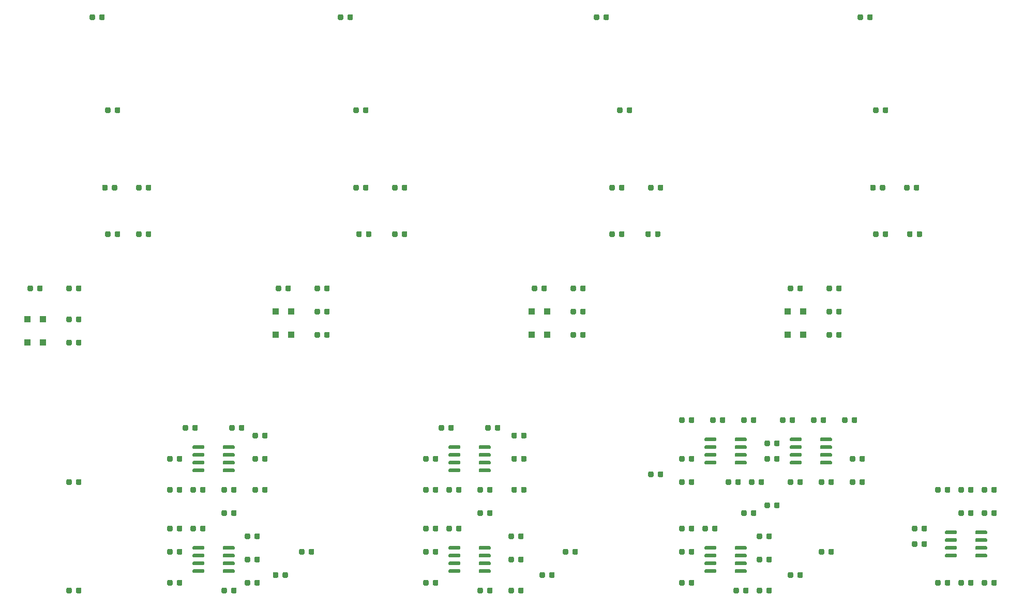
<source format=gbp>
G04 #@! TF.GenerationSoftware,KiCad,Pcbnew,(5.1.6-0-10_14)*
G04 #@! TF.CreationDate,2022-01-03T23:35:25+00:00*
G04 #@! TF.ProjectId,Quad Tube VCA,51756164-2054-4756-9265-205643412e6b,rev?*
G04 #@! TF.SameCoordinates,Original*
G04 #@! TF.FileFunction,Paste,Bot*
G04 #@! TF.FilePolarity,Positive*
%FSLAX46Y46*%
G04 Gerber Fmt 4.6, Leading zero omitted, Abs format (unit mm)*
G04 Created by KiCad (PCBNEW (5.1.6-0-10_14)) date 2022-01-03 23:35:25*
%MOMM*%
%LPD*%
G01*
G04 APERTURE LIST*
%ADD10R,1.000000X1.000000*%
G04 APERTURE END LIST*
G36*
G01*
X188880000Y-141983750D02*
X188880000Y-142496250D01*
G75*
G02*
X188661250Y-142715000I-218750J0D01*
G01*
X188223750Y-142715000D01*
G75*
G02*
X188005000Y-142496250I0J218750D01*
G01*
X188005000Y-141983750D01*
G75*
G02*
X188223750Y-141765000I218750J0D01*
G01*
X188661250Y-141765000D01*
G75*
G02*
X188880000Y-141983750I0J-218750D01*
G01*
G37*
G36*
G01*
X190455000Y-141983750D02*
X190455000Y-142496250D01*
G75*
G02*
X190236250Y-142715000I-218750J0D01*
G01*
X189798750Y-142715000D01*
G75*
G02*
X189580000Y-142496250I0J218750D01*
G01*
X189580000Y-141983750D01*
G75*
G02*
X189798750Y-141765000I218750J0D01*
G01*
X190236250Y-141765000D01*
G75*
G02*
X190455000Y-141983750I0J-218750D01*
G01*
G37*
G36*
G01*
X189580000Y-137416250D02*
X189580000Y-136903750D01*
G75*
G02*
X189798750Y-136685000I218750J0D01*
G01*
X190236250Y-136685000D01*
G75*
G02*
X190455000Y-136903750I0J-218750D01*
G01*
X190455000Y-137416250D01*
G75*
G02*
X190236250Y-137635000I-218750J0D01*
G01*
X189798750Y-137635000D01*
G75*
G02*
X189580000Y-137416250I0J218750D01*
G01*
G37*
G36*
G01*
X188005000Y-137416250D02*
X188005000Y-136903750D01*
G75*
G02*
X188223750Y-136685000I218750J0D01*
G01*
X188661250Y-136685000D01*
G75*
G02*
X188880000Y-136903750I0J-218750D01*
G01*
X188880000Y-137416250D01*
G75*
G02*
X188661250Y-137635000I-218750J0D01*
G01*
X188223750Y-137635000D01*
G75*
G02*
X188005000Y-137416250I0J218750D01*
G01*
G37*
G36*
G01*
X199740000Y-136146250D02*
X199740000Y-135633750D01*
G75*
G02*
X199958750Y-135415000I218750J0D01*
G01*
X200396250Y-135415000D01*
G75*
G02*
X200615000Y-135633750I0J-218750D01*
G01*
X200615000Y-136146250D01*
G75*
G02*
X200396250Y-136365000I-218750J0D01*
G01*
X199958750Y-136365000D01*
G75*
G02*
X199740000Y-136146250I0J218750D01*
G01*
G37*
G36*
G01*
X198165000Y-136146250D02*
X198165000Y-135633750D01*
G75*
G02*
X198383750Y-135415000I218750J0D01*
G01*
X198821250Y-135415000D01*
G75*
G02*
X199040000Y-135633750I0J-218750D01*
G01*
X199040000Y-136146250D01*
G75*
G02*
X198821250Y-136365000I-218750J0D01*
G01*
X198383750Y-136365000D01*
G75*
G02*
X198165000Y-136146250I0J218750D01*
G01*
G37*
G36*
G01*
X157830000Y-136146250D02*
X157830000Y-135633750D01*
G75*
G02*
X158048750Y-135415000I218750J0D01*
G01*
X158486250Y-135415000D01*
G75*
G02*
X158705000Y-135633750I0J-218750D01*
G01*
X158705000Y-136146250D01*
G75*
G02*
X158486250Y-136365000I-218750J0D01*
G01*
X158048750Y-136365000D01*
G75*
G02*
X157830000Y-136146250I0J218750D01*
G01*
G37*
G36*
G01*
X156255000Y-136146250D02*
X156255000Y-135633750D01*
G75*
G02*
X156473750Y-135415000I218750J0D01*
G01*
X156911250Y-135415000D01*
G75*
G02*
X157130000Y-135633750I0J-218750D01*
G01*
X157130000Y-136146250D01*
G75*
G02*
X156911250Y-136365000I-218750J0D01*
G01*
X156473750Y-136365000D01*
G75*
G02*
X156255000Y-136146250I0J218750D01*
G01*
G37*
G36*
G01*
X114650000Y-136146250D02*
X114650000Y-135633750D01*
G75*
G02*
X114868750Y-135415000I218750J0D01*
G01*
X115306250Y-135415000D01*
G75*
G02*
X115525000Y-135633750I0J-218750D01*
G01*
X115525000Y-136146250D01*
G75*
G02*
X115306250Y-136365000I-218750J0D01*
G01*
X114868750Y-136365000D01*
G75*
G02*
X114650000Y-136146250I0J218750D01*
G01*
G37*
G36*
G01*
X113075000Y-136146250D02*
X113075000Y-135633750D01*
G75*
G02*
X113293750Y-135415000I218750J0D01*
G01*
X113731250Y-135415000D01*
G75*
G02*
X113950000Y-135633750I0J-218750D01*
G01*
X113950000Y-136146250D01*
G75*
G02*
X113731250Y-136365000I-218750J0D01*
G01*
X113293750Y-136365000D01*
G75*
G02*
X113075000Y-136146250I0J218750D01*
G01*
G37*
G36*
G01*
X203550000Y-114556250D02*
X203550000Y-114043750D01*
G75*
G02*
X203768750Y-113825000I218750J0D01*
G01*
X204206250Y-113825000D01*
G75*
G02*
X204425000Y-114043750I0J-218750D01*
G01*
X204425000Y-114556250D01*
G75*
G02*
X204206250Y-114775000I-218750J0D01*
G01*
X203768750Y-114775000D01*
G75*
G02*
X203550000Y-114556250I0J218750D01*
G01*
G37*
G36*
G01*
X201975000Y-114556250D02*
X201975000Y-114043750D01*
G75*
G02*
X202193750Y-113825000I218750J0D01*
G01*
X202631250Y-113825000D01*
G75*
G02*
X202850000Y-114043750I0J-218750D01*
G01*
X202850000Y-114556250D01*
G75*
G02*
X202631250Y-114775000I-218750J0D01*
G01*
X202193750Y-114775000D01*
G75*
G02*
X201975000Y-114556250I0J218750D01*
G01*
G37*
G36*
G01*
X190850000Y-118366250D02*
X190850000Y-117853750D01*
G75*
G02*
X191068750Y-117635000I218750J0D01*
G01*
X191506250Y-117635000D01*
G75*
G02*
X191725000Y-117853750I0J-218750D01*
G01*
X191725000Y-118366250D01*
G75*
G02*
X191506250Y-118585000I-218750J0D01*
G01*
X191068750Y-118585000D01*
G75*
G02*
X190850000Y-118366250I0J218750D01*
G01*
G37*
G36*
G01*
X189275000Y-118366250D02*
X189275000Y-117853750D01*
G75*
G02*
X189493750Y-117635000I218750J0D01*
G01*
X189931250Y-117635000D01*
G75*
G02*
X190150000Y-117853750I0J-218750D01*
G01*
X190150000Y-118366250D01*
G75*
G02*
X189931250Y-118585000I-218750J0D01*
G01*
X189493750Y-118585000D01*
G75*
G02*
X189275000Y-118366250I0J218750D01*
G01*
G37*
G36*
G01*
X194660000Y-92966250D02*
X194660000Y-92453750D01*
G75*
G02*
X194878750Y-92235000I218750J0D01*
G01*
X195316250Y-92235000D01*
G75*
G02*
X195535000Y-92453750I0J-218750D01*
G01*
X195535000Y-92966250D01*
G75*
G02*
X195316250Y-93185000I-218750J0D01*
G01*
X194878750Y-93185000D01*
G75*
G02*
X194660000Y-92966250I0J218750D01*
G01*
G37*
G36*
G01*
X193085000Y-92966250D02*
X193085000Y-92453750D01*
G75*
G02*
X193303750Y-92235000I218750J0D01*
G01*
X193741250Y-92235000D01*
G75*
G02*
X193960000Y-92453750I0J-218750D01*
G01*
X193960000Y-92966250D01*
G75*
G02*
X193741250Y-93185000I-218750J0D01*
G01*
X193303750Y-93185000D01*
G75*
G02*
X193085000Y-92966250I0J218750D01*
G01*
G37*
G36*
G01*
X200310000Y-92453750D02*
X200310000Y-92966250D01*
G75*
G02*
X200091250Y-93185000I-218750J0D01*
G01*
X199653750Y-93185000D01*
G75*
G02*
X199435000Y-92966250I0J218750D01*
G01*
X199435000Y-92453750D01*
G75*
G02*
X199653750Y-92235000I218750J0D01*
G01*
X200091250Y-92235000D01*
G75*
G02*
X200310000Y-92453750I0J-218750D01*
G01*
G37*
G36*
G01*
X201885000Y-92453750D02*
X201885000Y-92966250D01*
G75*
G02*
X201666250Y-93185000I-218750J0D01*
G01*
X201228750Y-93185000D01*
G75*
G02*
X201010000Y-92966250I0J218750D01*
G01*
X201010000Y-92453750D01*
G75*
G02*
X201228750Y-92235000I218750J0D01*
G01*
X201666250Y-92235000D01*
G75*
G02*
X201885000Y-92453750I0J-218750D01*
G01*
G37*
G36*
G01*
X193960000Y-124203750D02*
X193960000Y-124716250D01*
G75*
G02*
X193741250Y-124935000I-218750J0D01*
G01*
X193303750Y-124935000D01*
G75*
G02*
X193085000Y-124716250I0J218750D01*
G01*
X193085000Y-124203750D01*
G75*
G02*
X193303750Y-123985000I218750J0D01*
G01*
X193741250Y-123985000D01*
G75*
G02*
X193960000Y-124203750I0J-218750D01*
G01*
G37*
G36*
G01*
X195535000Y-124203750D02*
X195535000Y-124716250D01*
G75*
G02*
X195316250Y-124935000I-218750J0D01*
G01*
X194878750Y-124935000D01*
G75*
G02*
X194660000Y-124716250I0J218750D01*
G01*
X194660000Y-124203750D01*
G75*
G02*
X194878750Y-123985000I218750J0D01*
G01*
X195316250Y-123985000D01*
G75*
G02*
X195535000Y-124203750I0J-218750D01*
G01*
G37*
G36*
G01*
X204120000Y-124203750D02*
X204120000Y-124716250D01*
G75*
G02*
X203901250Y-124935000I-218750J0D01*
G01*
X203463750Y-124935000D01*
G75*
G02*
X203245000Y-124716250I0J218750D01*
G01*
X203245000Y-124203750D01*
G75*
G02*
X203463750Y-123985000I218750J0D01*
G01*
X203901250Y-123985000D01*
G75*
G02*
X204120000Y-124203750I0J-218750D01*
G01*
G37*
G36*
G01*
X205695000Y-124203750D02*
X205695000Y-124716250D01*
G75*
G02*
X205476250Y-124935000I-218750J0D01*
G01*
X205038750Y-124935000D01*
G75*
G02*
X204820000Y-124716250I0J218750D01*
G01*
X204820000Y-124203750D01*
G75*
G02*
X205038750Y-123985000I218750J0D01*
G01*
X205476250Y-123985000D01*
G75*
G02*
X205695000Y-124203750I0J-218750D01*
G01*
G37*
G36*
G01*
X201010000Y-96776250D02*
X201010000Y-96263750D01*
G75*
G02*
X201228750Y-96045000I218750J0D01*
G01*
X201666250Y-96045000D01*
G75*
G02*
X201885000Y-96263750I0J-218750D01*
G01*
X201885000Y-96776250D01*
G75*
G02*
X201666250Y-96995000I-218750J0D01*
G01*
X201228750Y-96995000D01*
G75*
G02*
X201010000Y-96776250I0J218750D01*
G01*
G37*
G36*
G01*
X199435000Y-96776250D02*
X199435000Y-96263750D01*
G75*
G02*
X199653750Y-96045000I218750J0D01*
G01*
X200091250Y-96045000D01*
G75*
G02*
X200310000Y-96263750I0J-218750D01*
G01*
X200310000Y-96776250D01*
G75*
G02*
X200091250Y-96995000I-218750J0D01*
G01*
X199653750Y-96995000D01*
G75*
G02*
X199435000Y-96776250I0J218750D01*
G01*
G37*
G36*
G01*
X214192500Y-84076250D02*
X214192500Y-83563750D01*
G75*
G02*
X214411250Y-83345000I218750J0D01*
G01*
X214848750Y-83345000D01*
G75*
G02*
X215067500Y-83563750I0J-218750D01*
G01*
X215067500Y-84076250D01*
G75*
G02*
X214848750Y-84295000I-218750J0D01*
G01*
X214411250Y-84295000D01*
G75*
G02*
X214192500Y-84076250I0J218750D01*
G01*
G37*
G36*
G01*
X212617500Y-84076250D02*
X212617500Y-83563750D01*
G75*
G02*
X212836250Y-83345000I218750J0D01*
G01*
X213273750Y-83345000D01*
G75*
G02*
X213492500Y-83563750I0J-218750D01*
G01*
X213492500Y-84076250D01*
G75*
G02*
X213273750Y-84295000I-218750J0D01*
G01*
X212836250Y-84295000D01*
G75*
G02*
X212617500Y-84076250I0J218750D01*
G01*
G37*
G36*
G01*
X201010000Y-100586250D02*
X201010000Y-100073750D01*
G75*
G02*
X201228750Y-99855000I218750J0D01*
G01*
X201666250Y-99855000D01*
G75*
G02*
X201885000Y-100073750I0J-218750D01*
G01*
X201885000Y-100586250D01*
G75*
G02*
X201666250Y-100805000I-218750J0D01*
G01*
X201228750Y-100805000D01*
G75*
G02*
X201010000Y-100586250I0J218750D01*
G01*
G37*
G36*
G01*
X199435000Y-100586250D02*
X199435000Y-100073750D01*
G75*
G02*
X199653750Y-99855000I218750J0D01*
G01*
X200091250Y-99855000D01*
G75*
G02*
X200310000Y-100073750I0J-218750D01*
G01*
X200310000Y-100586250D01*
G75*
G02*
X200091250Y-100805000I-218750J0D01*
G01*
X199653750Y-100805000D01*
G75*
G02*
X199435000Y-100586250I0J218750D01*
G01*
G37*
G36*
G01*
X208630000Y-84076250D02*
X208630000Y-83563750D01*
G75*
G02*
X208848750Y-83345000I218750J0D01*
G01*
X209286250Y-83345000D01*
G75*
G02*
X209505000Y-83563750I0J-218750D01*
G01*
X209505000Y-84076250D01*
G75*
G02*
X209286250Y-84295000I-218750J0D01*
G01*
X208848750Y-84295000D01*
G75*
G02*
X208630000Y-84076250I0J218750D01*
G01*
G37*
G36*
G01*
X207055000Y-84076250D02*
X207055000Y-83563750D01*
G75*
G02*
X207273750Y-83345000I218750J0D01*
G01*
X207711250Y-83345000D01*
G75*
G02*
X207930000Y-83563750I0J-218750D01*
G01*
X207930000Y-84076250D01*
G75*
G02*
X207711250Y-84295000I-218750J0D01*
G01*
X207273750Y-84295000D01*
G75*
G02*
X207055000Y-84076250I0J218750D01*
G01*
G37*
G36*
G01*
X208147500Y-76456250D02*
X208147500Y-75943750D01*
G75*
G02*
X208366250Y-75725000I218750J0D01*
G01*
X208803750Y-75725000D01*
G75*
G02*
X209022500Y-75943750I0J-218750D01*
G01*
X209022500Y-76456250D01*
G75*
G02*
X208803750Y-76675000I-218750J0D01*
G01*
X208366250Y-76675000D01*
G75*
G02*
X208147500Y-76456250I0J218750D01*
G01*
G37*
G36*
G01*
X206572500Y-76456250D02*
X206572500Y-75943750D01*
G75*
G02*
X206791250Y-75725000I218750J0D01*
G01*
X207228750Y-75725000D01*
G75*
G02*
X207447500Y-75943750I0J-218750D01*
G01*
X207447500Y-76456250D01*
G75*
G02*
X207228750Y-76675000I-218750J0D01*
G01*
X206791250Y-76675000D01*
G75*
G02*
X206572500Y-76456250I0J218750D01*
G01*
G37*
G36*
G01*
X213710000Y-76456250D02*
X213710000Y-75943750D01*
G75*
G02*
X213928750Y-75725000I218750J0D01*
G01*
X214366250Y-75725000D01*
G75*
G02*
X214585000Y-75943750I0J-218750D01*
G01*
X214585000Y-76456250D01*
G75*
G02*
X214366250Y-76675000I-218750J0D01*
G01*
X213928750Y-76675000D01*
G75*
G02*
X213710000Y-76456250I0J218750D01*
G01*
G37*
G36*
G01*
X212135000Y-76456250D02*
X212135000Y-75943750D01*
G75*
G02*
X212353750Y-75725000I218750J0D01*
G01*
X212791250Y-75725000D01*
G75*
G02*
X213010000Y-75943750I0J-218750D01*
G01*
X213010000Y-76456250D01*
G75*
G02*
X212791250Y-76675000I-218750J0D01*
G01*
X212353750Y-76675000D01*
G75*
G02*
X212135000Y-76456250I0J218750D01*
G01*
G37*
G36*
G01*
X222600000Y-125986250D02*
X222600000Y-125473750D01*
G75*
G02*
X222818750Y-125255000I218750J0D01*
G01*
X223256250Y-125255000D01*
G75*
G02*
X223475000Y-125473750I0J-218750D01*
G01*
X223475000Y-125986250D01*
G75*
G02*
X223256250Y-126205000I-218750J0D01*
G01*
X222818750Y-126205000D01*
G75*
G02*
X222600000Y-125986250I0J218750D01*
G01*
G37*
G36*
G01*
X221025000Y-125986250D02*
X221025000Y-125473750D01*
G75*
G02*
X221243750Y-125255000I218750J0D01*
G01*
X221681250Y-125255000D01*
G75*
G02*
X221900000Y-125473750I0J-218750D01*
G01*
X221900000Y-125986250D01*
G75*
G02*
X221681250Y-126205000I-218750J0D01*
G01*
X221243750Y-126205000D01*
G75*
G02*
X221025000Y-125986250I0J218750D01*
G01*
G37*
G36*
G01*
X208630000Y-63756250D02*
X208630000Y-63243750D01*
G75*
G02*
X208848750Y-63025000I218750J0D01*
G01*
X209286250Y-63025000D01*
G75*
G02*
X209505000Y-63243750I0J-218750D01*
G01*
X209505000Y-63756250D01*
G75*
G02*
X209286250Y-63975000I-218750J0D01*
G01*
X208848750Y-63975000D01*
G75*
G02*
X208630000Y-63756250I0J218750D01*
G01*
G37*
G36*
G01*
X207055000Y-63756250D02*
X207055000Y-63243750D01*
G75*
G02*
X207273750Y-63025000I218750J0D01*
G01*
X207711250Y-63025000D01*
G75*
G02*
X207930000Y-63243750I0J-218750D01*
G01*
X207930000Y-63756250D01*
G75*
G02*
X207711250Y-63975000I-218750J0D01*
G01*
X207273750Y-63975000D01*
G75*
G02*
X207055000Y-63756250I0J218750D01*
G01*
G37*
G36*
G01*
X206090000Y-48516250D02*
X206090000Y-48003750D01*
G75*
G02*
X206308750Y-47785000I218750J0D01*
G01*
X206746250Y-47785000D01*
G75*
G02*
X206965000Y-48003750I0J-218750D01*
G01*
X206965000Y-48516250D01*
G75*
G02*
X206746250Y-48735000I-218750J0D01*
G01*
X206308750Y-48735000D01*
G75*
G02*
X206090000Y-48516250I0J218750D01*
G01*
G37*
G36*
G01*
X204515000Y-48516250D02*
X204515000Y-48003750D01*
G75*
G02*
X204733750Y-47785000I218750J0D01*
G01*
X205171250Y-47785000D01*
G75*
G02*
X205390000Y-48003750I0J-218750D01*
G01*
X205390000Y-48516250D01*
G75*
G02*
X205171250Y-48735000I-218750J0D01*
G01*
X204733750Y-48735000D01*
G75*
G02*
X204515000Y-48516250I0J218750D01*
G01*
G37*
G36*
G01*
X218790000Y-141226250D02*
X218790000Y-140713750D01*
G75*
G02*
X219008750Y-140495000I218750J0D01*
G01*
X219446250Y-140495000D01*
G75*
G02*
X219665000Y-140713750I0J-218750D01*
G01*
X219665000Y-141226250D01*
G75*
G02*
X219446250Y-141445000I-218750J0D01*
G01*
X219008750Y-141445000D01*
G75*
G02*
X218790000Y-141226250I0J218750D01*
G01*
G37*
G36*
G01*
X217215000Y-141226250D02*
X217215000Y-140713750D01*
G75*
G02*
X217433750Y-140495000I218750J0D01*
G01*
X217871250Y-140495000D01*
G75*
G02*
X218090000Y-140713750I0J-218750D01*
G01*
X218090000Y-141226250D01*
G75*
G02*
X217871250Y-141445000I-218750J0D01*
G01*
X217433750Y-141445000D01*
G75*
G02*
X217215000Y-141226250I0J218750D01*
G01*
G37*
G36*
G01*
X214280000Y-131823750D02*
X214280000Y-132336250D01*
G75*
G02*
X214061250Y-132555000I-218750J0D01*
G01*
X213623750Y-132555000D01*
G75*
G02*
X213405000Y-132336250I0J218750D01*
G01*
X213405000Y-131823750D01*
G75*
G02*
X213623750Y-131605000I218750J0D01*
G01*
X214061250Y-131605000D01*
G75*
G02*
X214280000Y-131823750I0J-218750D01*
G01*
G37*
G36*
G01*
X215855000Y-131823750D02*
X215855000Y-132336250D01*
G75*
G02*
X215636250Y-132555000I-218750J0D01*
G01*
X215198750Y-132555000D01*
G75*
G02*
X214980000Y-132336250I0J218750D01*
G01*
X214980000Y-131823750D01*
G75*
G02*
X215198750Y-131605000I218750J0D01*
G01*
X215636250Y-131605000D01*
G75*
G02*
X215855000Y-131823750I0J-218750D01*
G01*
G37*
G36*
G01*
X225710000Y-140713750D02*
X225710000Y-141226250D01*
G75*
G02*
X225491250Y-141445000I-218750J0D01*
G01*
X225053750Y-141445000D01*
G75*
G02*
X224835000Y-141226250I0J218750D01*
G01*
X224835000Y-140713750D01*
G75*
G02*
X225053750Y-140495000I218750J0D01*
G01*
X225491250Y-140495000D01*
G75*
G02*
X225710000Y-140713750I0J-218750D01*
G01*
G37*
G36*
G01*
X227285000Y-140713750D02*
X227285000Y-141226250D01*
G75*
G02*
X227066250Y-141445000I-218750J0D01*
G01*
X226628750Y-141445000D01*
G75*
G02*
X226410000Y-141226250I0J218750D01*
G01*
X226410000Y-140713750D01*
G75*
G02*
X226628750Y-140495000I218750J0D01*
G01*
X227066250Y-140495000D01*
G75*
G02*
X227285000Y-140713750I0J-218750D01*
G01*
G37*
G36*
G01*
X222600000Y-129796250D02*
X222600000Y-129283750D01*
G75*
G02*
X222818750Y-129065000I218750J0D01*
G01*
X223256250Y-129065000D01*
G75*
G02*
X223475000Y-129283750I0J-218750D01*
G01*
X223475000Y-129796250D01*
G75*
G02*
X223256250Y-130015000I-218750J0D01*
G01*
X222818750Y-130015000D01*
G75*
G02*
X222600000Y-129796250I0J218750D01*
G01*
G37*
G36*
G01*
X221025000Y-129796250D02*
X221025000Y-129283750D01*
G75*
G02*
X221243750Y-129065000I218750J0D01*
G01*
X221681250Y-129065000D01*
G75*
G02*
X221900000Y-129283750I0J-218750D01*
G01*
X221900000Y-129796250D01*
G75*
G02*
X221681250Y-130015000I-218750J0D01*
G01*
X221243750Y-130015000D01*
G75*
G02*
X221025000Y-129796250I0J218750D01*
G01*
G37*
G36*
G01*
X226410000Y-125986250D02*
X226410000Y-125473750D01*
G75*
G02*
X226628750Y-125255000I218750J0D01*
G01*
X227066250Y-125255000D01*
G75*
G02*
X227285000Y-125473750I0J-218750D01*
G01*
X227285000Y-125986250D01*
G75*
G02*
X227066250Y-126205000I-218750J0D01*
G01*
X226628750Y-126205000D01*
G75*
G02*
X226410000Y-125986250I0J218750D01*
G01*
G37*
G36*
G01*
X224835000Y-125986250D02*
X224835000Y-125473750D01*
G75*
G02*
X225053750Y-125255000I218750J0D01*
G01*
X225491250Y-125255000D01*
G75*
G02*
X225710000Y-125473750I0J-218750D01*
G01*
X225710000Y-125986250D01*
G75*
G02*
X225491250Y-126205000I-218750J0D01*
G01*
X225053750Y-126205000D01*
G75*
G02*
X224835000Y-125986250I0J218750D01*
G01*
G37*
G36*
G01*
X187040000Y-114556250D02*
X187040000Y-114043750D01*
G75*
G02*
X187258750Y-113825000I218750J0D01*
G01*
X187696250Y-113825000D01*
G75*
G02*
X187915000Y-114043750I0J-218750D01*
G01*
X187915000Y-114556250D01*
G75*
G02*
X187696250Y-114775000I-218750J0D01*
G01*
X187258750Y-114775000D01*
G75*
G02*
X187040000Y-114556250I0J218750D01*
G01*
G37*
G36*
G01*
X185465000Y-114556250D02*
X185465000Y-114043750D01*
G75*
G02*
X185683750Y-113825000I218750J0D01*
G01*
X186121250Y-113825000D01*
G75*
G02*
X186340000Y-114043750I0J-218750D01*
G01*
X186340000Y-114556250D01*
G75*
G02*
X186121250Y-114775000I-218750J0D01*
G01*
X185683750Y-114775000D01*
G75*
G02*
X185465000Y-114556250I0J218750D01*
G01*
G37*
G36*
G01*
X171800000Y-123446250D02*
X171800000Y-122933750D01*
G75*
G02*
X172018750Y-122715000I218750J0D01*
G01*
X172456250Y-122715000D01*
G75*
G02*
X172675000Y-122933750I0J-218750D01*
G01*
X172675000Y-123446250D01*
G75*
G02*
X172456250Y-123665000I-218750J0D01*
G01*
X172018750Y-123665000D01*
G75*
G02*
X171800000Y-123446250I0J218750D01*
G01*
G37*
G36*
G01*
X170225000Y-123446250D02*
X170225000Y-122933750D01*
G75*
G02*
X170443750Y-122715000I218750J0D01*
G01*
X170881250Y-122715000D01*
G75*
G02*
X171100000Y-122933750I0J-218750D01*
G01*
X171100000Y-123446250D01*
G75*
G02*
X170881250Y-123665000I-218750J0D01*
G01*
X170443750Y-123665000D01*
G75*
G02*
X170225000Y-123446250I0J218750D01*
G01*
G37*
G36*
G01*
X152750000Y-92966250D02*
X152750000Y-92453750D01*
G75*
G02*
X152968750Y-92235000I218750J0D01*
G01*
X153406250Y-92235000D01*
G75*
G02*
X153625000Y-92453750I0J-218750D01*
G01*
X153625000Y-92966250D01*
G75*
G02*
X153406250Y-93185000I-218750J0D01*
G01*
X152968750Y-93185000D01*
G75*
G02*
X152750000Y-92966250I0J218750D01*
G01*
G37*
G36*
G01*
X151175000Y-92966250D02*
X151175000Y-92453750D01*
G75*
G02*
X151393750Y-92235000I218750J0D01*
G01*
X151831250Y-92235000D01*
G75*
G02*
X152050000Y-92453750I0J-218750D01*
G01*
X152050000Y-92966250D01*
G75*
G02*
X151831250Y-93185000I-218750J0D01*
G01*
X151393750Y-93185000D01*
G75*
G02*
X151175000Y-92966250I0J218750D01*
G01*
G37*
G36*
G01*
X158400000Y-92453750D02*
X158400000Y-92966250D01*
G75*
G02*
X158181250Y-93185000I-218750J0D01*
G01*
X157743750Y-93185000D01*
G75*
G02*
X157525000Y-92966250I0J218750D01*
G01*
X157525000Y-92453750D01*
G75*
G02*
X157743750Y-92235000I218750J0D01*
G01*
X158181250Y-92235000D01*
G75*
G02*
X158400000Y-92453750I0J-218750D01*
G01*
G37*
G36*
G01*
X159975000Y-92453750D02*
X159975000Y-92966250D01*
G75*
G02*
X159756250Y-93185000I-218750J0D01*
G01*
X159318750Y-93185000D01*
G75*
G02*
X159100000Y-92966250I0J218750D01*
G01*
X159100000Y-92453750D01*
G75*
G02*
X159318750Y-92235000I218750J0D01*
G01*
X159756250Y-92235000D01*
G75*
G02*
X159975000Y-92453750I0J-218750D01*
G01*
G37*
G36*
G01*
X176880000Y-124716250D02*
X176880000Y-124203750D01*
G75*
G02*
X177098750Y-123985000I218750J0D01*
G01*
X177536250Y-123985000D01*
G75*
G02*
X177755000Y-124203750I0J-218750D01*
G01*
X177755000Y-124716250D01*
G75*
G02*
X177536250Y-124935000I-218750J0D01*
G01*
X177098750Y-124935000D01*
G75*
G02*
X176880000Y-124716250I0J218750D01*
G01*
G37*
G36*
G01*
X175305000Y-124716250D02*
X175305000Y-124203750D01*
G75*
G02*
X175523750Y-123985000I218750J0D01*
G01*
X175961250Y-123985000D01*
G75*
G02*
X176180000Y-124203750I0J-218750D01*
G01*
X176180000Y-124716250D01*
G75*
G02*
X175961250Y-124935000I-218750J0D01*
G01*
X175523750Y-124935000D01*
G75*
G02*
X175305000Y-124716250I0J218750D01*
G01*
G37*
G36*
G01*
X187610000Y-124203750D02*
X187610000Y-124716250D01*
G75*
G02*
X187391250Y-124935000I-218750J0D01*
G01*
X186953750Y-124935000D01*
G75*
G02*
X186735000Y-124716250I0J218750D01*
G01*
X186735000Y-124203750D01*
G75*
G02*
X186953750Y-123985000I218750J0D01*
G01*
X187391250Y-123985000D01*
G75*
G02*
X187610000Y-124203750I0J-218750D01*
G01*
G37*
G36*
G01*
X189185000Y-124203750D02*
X189185000Y-124716250D01*
G75*
G02*
X188966250Y-124935000I-218750J0D01*
G01*
X188528750Y-124935000D01*
G75*
G02*
X188310000Y-124716250I0J218750D01*
G01*
X188310000Y-124203750D01*
G75*
G02*
X188528750Y-123985000I218750J0D01*
G01*
X188966250Y-123985000D01*
G75*
G02*
X189185000Y-124203750I0J-218750D01*
G01*
G37*
G36*
G01*
X159100000Y-96776250D02*
X159100000Y-96263750D01*
G75*
G02*
X159318750Y-96045000I218750J0D01*
G01*
X159756250Y-96045000D01*
G75*
G02*
X159975000Y-96263750I0J-218750D01*
G01*
X159975000Y-96776250D01*
G75*
G02*
X159756250Y-96995000I-218750J0D01*
G01*
X159318750Y-96995000D01*
G75*
G02*
X159100000Y-96776250I0J218750D01*
G01*
G37*
G36*
G01*
X157525000Y-96776250D02*
X157525000Y-96263750D01*
G75*
G02*
X157743750Y-96045000I218750J0D01*
G01*
X158181250Y-96045000D01*
G75*
G02*
X158400000Y-96263750I0J-218750D01*
G01*
X158400000Y-96776250D01*
G75*
G02*
X158181250Y-96995000I-218750J0D01*
G01*
X157743750Y-96995000D01*
G75*
G02*
X157525000Y-96776250I0J218750D01*
G01*
G37*
G36*
G01*
X171350000Y-84076250D02*
X171350000Y-83563750D01*
G75*
G02*
X171568750Y-83345000I218750J0D01*
G01*
X172006250Y-83345000D01*
G75*
G02*
X172225000Y-83563750I0J-218750D01*
G01*
X172225000Y-84076250D01*
G75*
G02*
X172006250Y-84295000I-218750J0D01*
G01*
X171568750Y-84295000D01*
G75*
G02*
X171350000Y-84076250I0J218750D01*
G01*
G37*
G36*
G01*
X169775000Y-84076250D02*
X169775000Y-83563750D01*
G75*
G02*
X169993750Y-83345000I218750J0D01*
G01*
X170431250Y-83345000D01*
G75*
G02*
X170650000Y-83563750I0J-218750D01*
G01*
X170650000Y-84076250D01*
G75*
G02*
X170431250Y-84295000I-218750J0D01*
G01*
X169993750Y-84295000D01*
G75*
G02*
X169775000Y-84076250I0J218750D01*
G01*
G37*
G36*
G01*
X159100000Y-100586250D02*
X159100000Y-100073750D01*
G75*
G02*
X159318750Y-99855000I218750J0D01*
G01*
X159756250Y-99855000D01*
G75*
G02*
X159975000Y-100073750I0J-218750D01*
G01*
X159975000Y-100586250D01*
G75*
G02*
X159756250Y-100805000I-218750J0D01*
G01*
X159318750Y-100805000D01*
G75*
G02*
X159100000Y-100586250I0J218750D01*
G01*
G37*
G36*
G01*
X157525000Y-100586250D02*
X157525000Y-100073750D01*
G75*
G02*
X157743750Y-99855000I218750J0D01*
G01*
X158181250Y-99855000D01*
G75*
G02*
X158400000Y-100073750I0J-218750D01*
G01*
X158400000Y-100586250D01*
G75*
G02*
X158181250Y-100805000I-218750J0D01*
G01*
X157743750Y-100805000D01*
G75*
G02*
X157525000Y-100586250I0J218750D01*
G01*
G37*
G36*
G01*
X165450000Y-84076250D02*
X165450000Y-83563750D01*
G75*
G02*
X165668750Y-83345000I218750J0D01*
G01*
X166106250Y-83345000D01*
G75*
G02*
X166325000Y-83563750I0J-218750D01*
G01*
X166325000Y-84076250D01*
G75*
G02*
X166106250Y-84295000I-218750J0D01*
G01*
X165668750Y-84295000D01*
G75*
G02*
X165450000Y-84076250I0J218750D01*
G01*
G37*
G36*
G01*
X163875000Y-84076250D02*
X163875000Y-83563750D01*
G75*
G02*
X164093750Y-83345000I218750J0D01*
G01*
X164531250Y-83345000D01*
G75*
G02*
X164750000Y-83563750I0J-218750D01*
G01*
X164750000Y-84076250D01*
G75*
G02*
X164531250Y-84295000I-218750J0D01*
G01*
X164093750Y-84295000D01*
G75*
G02*
X163875000Y-84076250I0J218750D01*
G01*
G37*
G36*
G01*
X165450000Y-76456250D02*
X165450000Y-75943750D01*
G75*
G02*
X165668750Y-75725000I218750J0D01*
G01*
X166106250Y-75725000D01*
G75*
G02*
X166325000Y-75943750I0J-218750D01*
G01*
X166325000Y-76456250D01*
G75*
G02*
X166106250Y-76675000I-218750J0D01*
G01*
X165668750Y-76675000D01*
G75*
G02*
X165450000Y-76456250I0J218750D01*
G01*
G37*
G36*
G01*
X163875000Y-76456250D02*
X163875000Y-75943750D01*
G75*
G02*
X164093750Y-75725000I218750J0D01*
G01*
X164531250Y-75725000D01*
G75*
G02*
X164750000Y-75943750I0J-218750D01*
G01*
X164750000Y-76456250D01*
G75*
G02*
X164531250Y-76675000I-218750J0D01*
G01*
X164093750Y-76675000D01*
G75*
G02*
X163875000Y-76456250I0J218750D01*
G01*
G37*
G36*
G01*
X171800000Y-76456250D02*
X171800000Y-75943750D01*
G75*
G02*
X172018750Y-75725000I218750J0D01*
G01*
X172456250Y-75725000D01*
G75*
G02*
X172675000Y-75943750I0J-218750D01*
G01*
X172675000Y-76456250D01*
G75*
G02*
X172456250Y-76675000I-218750J0D01*
G01*
X172018750Y-76675000D01*
G75*
G02*
X171800000Y-76456250I0J218750D01*
G01*
G37*
G36*
G01*
X170225000Y-76456250D02*
X170225000Y-75943750D01*
G75*
G02*
X170443750Y-75725000I218750J0D01*
G01*
X170881250Y-75725000D01*
G75*
G02*
X171100000Y-75943750I0J-218750D01*
G01*
X171100000Y-76456250D01*
G75*
G02*
X170881250Y-76675000I-218750J0D01*
G01*
X170443750Y-76675000D01*
G75*
G02*
X170225000Y-76456250I0J218750D01*
G01*
G37*
G36*
G01*
X187040000Y-129796250D02*
X187040000Y-129283750D01*
G75*
G02*
X187258750Y-129065000I218750J0D01*
G01*
X187696250Y-129065000D01*
G75*
G02*
X187915000Y-129283750I0J-218750D01*
G01*
X187915000Y-129796250D01*
G75*
G02*
X187696250Y-130015000I-218750J0D01*
G01*
X187258750Y-130015000D01*
G75*
G02*
X187040000Y-129796250I0J218750D01*
G01*
G37*
G36*
G01*
X185465000Y-129796250D02*
X185465000Y-129283750D01*
G75*
G02*
X185683750Y-129065000I218750J0D01*
G01*
X186121250Y-129065000D01*
G75*
G02*
X186340000Y-129283750I0J-218750D01*
G01*
X186340000Y-129796250D01*
G75*
G02*
X186121250Y-130015000I-218750J0D01*
G01*
X185683750Y-130015000D01*
G75*
G02*
X185465000Y-129796250I0J218750D01*
G01*
G37*
G36*
G01*
X166720000Y-63756250D02*
X166720000Y-63243750D01*
G75*
G02*
X166938750Y-63025000I218750J0D01*
G01*
X167376250Y-63025000D01*
G75*
G02*
X167595000Y-63243750I0J-218750D01*
G01*
X167595000Y-63756250D01*
G75*
G02*
X167376250Y-63975000I-218750J0D01*
G01*
X166938750Y-63975000D01*
G75*
G02*
X166720000Y-63756250I0J218750D01*
G01*
G37*
G36*
G01*
X165145000Y-63756250D02*
X165145000Y-63243750D01*
G75*
G02*
X165363750Y-63025000I218750J0D01*
G01*
X165801250Y-63025000D01*
G75*
G02*
X166020000Y-63243750I0J-218750D01*
G01*
X166020000Y-63756250D01*
G75*
G02*
X165801250Y-63975000I-218750J0D01*
G01*
X165363750Y-63975000D01*
G75*
G02*
X165145000Y-63756250I0J218750D01*
G01*
G37*
G36*
G01*
X162910000Y-48516250D02*
X162910000Y-48003750D01*
G75*
G02*
X163128750Y-47785000I218750J0D01*
G01*
X163566250Y-47785000D01*
G75*
G02*
X163785000Y-48003750I0J-218750D01*
G01*
X163785000Y-48516250D01*
G75*
G02*
X163566250Y-48735000I-218750J0D01*
G01*
X163128750Y-48735000D01*
G75*
G02*
X162910000Y-48516250I0J218750D01*
G01*
G37*
G36*
G01*
X161335000Y-48516250D02*
X161335000Y-48003750D01*
G75*
G02*
X161553750Y-47785000I218750J0D01*
G01*
X161991250Y-47785000D01*
G75*
G02*
X162210000Y-48003750I0J-218750D01*
G01*
X162210000Y-48516250D01*
G75*
G02*
X161991250Y-48735000I-218750J0D01*
G01*
X161553750Y-48735000D01*
G75*
G02*
X161335000Y-48516250I0J218750D01*
G01*
G37*
G36*
G01*
X176880000Y-141226250D02*
X176880000Y-140713750D01*
G75*
G02*
X177098750Y-140495000I218750J0D01*
G01*
X177536250Y-140495000D01*
G75*
G02*
X177755000Y-140713750I0J-218750D01*
G01*
X177755000Y-141226250D01*
G75*
G02*
X177536250Y-141445000I-218750J0D01*
G01*
X177098750Y-141445000D01*
G75*
G02*
X176880000Y-141226250I0J218750D01*
G01*
G37*
G36*
G01*
X175305000Y-141226250D02*
X175305000Y-140713750D01*
G75*
G02*
X175523750Y-140495000I218750J0D01*
G01*
X175961250Y-140495000D01*
G75*
G02*
X176180000Y-140713750I0J-218750D01*
G01*
X176180000Y-141226250D01*
G75*
G02*
X175961250Y-141445000I-218750J0D01*
G01*
X175523750Y-141445000D01*
G75*
G02*
X175305000Y-141226250I0J218750D01*
G01*
G37*
G36*
G01*
X176180000Y-131823750D02*
X176180000Y-132336250D01*
G75*
G02*
X175961250Y-132555000I-218750J0D01*
G01*
X175523750Y-132555000D01*
G75*
G02*
X175305000Y-132336250I0J218750D01*
G01*
X175305000Y-131823750D01*
G75*
G02*
X175523750Y-131605000I218750J0D01*
G01*
X175961250Y-131605000D01*
G75*
G02*
X176180000Y-131823750I0J-218750D01*
G01*
G37*
G36*
G01*
X177755000Y-131823750D02*
X177755000Y-132336250D01*
G75*
G02*
X177536250Y-132555000I-218750J0D01*
G01*
X177098750Y-132555000D01*
G75*
G02*
X176880000Y-132336250I0J218750D01*
G01*
X176880000Y-131823750D01*
G75*
G02*
X177098750Y-131605000I218750J0D01*
G01*
X177536250Y-131605000D01*
G75*
G02*
X177755000Y-131823750I0J-218750D01*
G01*
G37*
G36*
G01*
X189580000Y-133606250D02*
X189580000Y-133093750D01*
G75*
G02*
X189798750Y-132875000I218750J0D01*
G01*
X190236250Y-132875000D01*
G75*
G02*
X190455000Y-133093750I0J-218750D01*
G01*
X190455000Y-133606250D01*
G75*
G02*
X190236250Y-133825000I-218750J0D01*
G01*
X189798750Y-133825000D01*
G75*
G02*
X189580000Y-133606250I0J218750D01*
G01*
G37*
G36*
G01*
X188005000Y-133606250D02*
X188005000Y-133093750D01*
G75*
G02*
X188223750Y-132875000I218750J0D01*
G01*
X188661250Y-132875000D01*
G75*
G02*
X188880000Y-133093750I0J-218750D01*
G01*
X188880000Y-133606250D01*
G75*
G02*
X188661250Y-133825000I-218750J0D01*
G01*
X188223750Y-133825000D01*
G75*
G02*
X188005000Y-133606250I0J218750D01*
G01*
G37*
G36*
G01*
X149422500Y-117096250D02*
X149422500Y-116583750D01*
G75*
G02*
X149641250Y-116365000I218750J0D01*
G01*
X150078750Y-116365000D01*
G75*
G02*
X150297500Y-116583750I0J-218750D01*
G01*
X150297500Y-117096250D01*
G75*
G02*
X150078750Y-117315000I-218750J0D01*
G01*
X149641250Y-117315000D01*
G75*
G02*
X149422500Y-117096250I0J218750D01*
G01*
G37*
G36*
G01*
X147847500Y-117096250D02*
X147847500Y-116583750D01*
G75*
G02*
X148066250Y-116365000I218750J0D01*
G01*
X148503750Y-116365000D01*
G75*
G02*
X148722500Y-116583750I0J-218750D01*
G01*
X148722500Y-117096250D01*
G75*
G02*
X148503750Y-117315000I-218750J0D01*
G01*
X148066250Y-117315000D01*
G75*
G02*
X147847500Y-117096250I0J218750D01*
G01*
G37*
G36*
G01*
X134970000Y-125986250D02*
X134970000Y-125473750D01*
G75*
G02*
X135188750Y-125255000I218750J0D01*
G01*
X135626250Y-125255000D01*
G75*
G02*
X135845000Y-125473750I0J-218750D01*
G01*
X135845000Y-125986250D01*
G75*
G02*
X135626250Y-126205000I-218750J0D01*
G01*
X135188750Y-126205000D01*
G75*
G02*
X134970000Y-125986250I0J218750D01*
G01*
G37*
G36*
G01*
X133395000Y-125986250D02*
X133395000Y-125473750D01*
G75*
G02*
X133613750Y-125255000I218750J0D01*
G01*
X134051250Y-125255000D01*
G75*
G02*
X134270000Y-125473750I0J-218750D01*
G01*
X134270000Y-125986250D01*
G75*
G02*
X134051250Y-126205000I-218750J0D01*
G01*
X133613750Y-126205000D01*
G75*
G02*
X133395000Y-125986250I0J218750D01*
G01*
G37*
G36*
G01*
X110840000Y-92966250D02*
X110840000Y-92453750D01*
G75*
G02*
X111058750Y-92235000I218750J0D01*
G01*
X111496250Y-92235000D01*
G75*
G02*
X111715000Y-92453750I0J-218750D01*
G01*
X111715000Y-92966250D01*
G75*
G02*
X111496250Y-93185000I-218750J0D01*
G01*
X111058750Y-93185000D01*
G75*
G02*
X110840000Y-92966250I0J218750D01*
G01*
G37*
G36*
G01*
X109265000Y-92966250D02*
X109265000Y-92453750D01*
G75*
G02*
X109483750Y-92235000I218750J0D01*
G01*
X109921250Y-92235000D01*
G75*
G02*
X110140000Y-92453750I0J-218750D01*
G01*
X110140000Y-92966250D01*
G75*
G02*
X109921250Y-93185000I-218750J0D01*
G01*
X109483750Y-93185000D01*
G75*
G02*
X109265000Y-92966250I0J218750D01*
G01*
G37*
G36*
G01*
X116490000Y-92453750D02*
X116490000Y-92966250D01*
G75*
G02*
X116271250Y-93185000I-218750J0D01*
G01*
X115833750Y-93185000D01*
G75*
G02*
X115615000Y-92966250I0J218750D01*
G01*
X115615000Y-92453750D01*
G75*
G02*
X115833750Y-92235000I218750J0D01*
G01*
X116271250Y-92235000D01*
G75*
G02*
X116490000Y-92453750I0J-218750D01*
G01*
G37*
G36*
G01*
X118065000Y-92453750D02*
X118065000Y-92966250D01*
G75*
G02*
X117846250Y-93185000I-218750J0D01*
G01*
X117408750Y-93185000D01*
G75*
G02*
X117190000Y-92966250I0J218750D01*
G01*
X117190000Y-92453750D01*
G75*
G02*
X117408750Y-92235000I218750J0D01*
G01*
X117846250Y-92235000D01*
G75*
G02*
X118065000Y-92453750I0J-218750D01*
G01*
G37*
G36*
G01*
X138780000Y-125986250D02*
X138780000Y-125473750D01*
G75*
G02*
X138998750Y-125255000I218750J0D01*
G01*
X139436250Y-125255000D01*
G75*
G02*
X139655000Y-125473750I0J-218750D01*
G01*
X139655000Y-125986250D01*
G75*
G02*
X139436250Y-126205000I-218750J0D01*
G01*
X138998750Y-126205000D01*
G75*
G02*
X138780000Y-125986250I0J218750D01*
G01*
G37*
G36*
G01*
X137205000Y-125986250D02*
X137205000Y-125473750D01*
G75*
G02*
X137423750Y-125255000I218750J0D01*
G01*
X137861250Y-125255000D01*
G75*
G02*
X138080000Y-125473750I0J-218750D01*
G01*
X138080000Y-125986250D01*
G75*
G02*
X137861250Y-126205000I-218750J0D01*
G01*
X137423750Y-126205000D01*
G75*
G02*
X137205000Y-125986250I0J218750D01*
G01*
G37*
G36*
G01*
X149422500Y-125986250D02*
X149422500Y-125473750D01*
G75*
G02*
X149641250Y-125255000I218750J0D01*
G01*
X150078750Y-125255000D01*
G75*
G02*
X150297500Y-125473750I0J-218750D01*
G01*
X150297500Y-125986250D01*
G75*
G02*
X150078750Y-126205000I-218750J0D01*
G01*
X149641250Y-126205000D01*
G75*
G02*
X149422500Y-125986250I0J218750D01*
G01*
G37*
G36*
G01*
X147847500Y-125986250D02*
X147847500Y-125473750D01*
G75*
G02*
X148066250Y-125255000I218750J0D01*
G01*
X148503750Y-125255000D01*
G75*
G02*
X148722500Y-125473750I0J-218750D01*
G01*
X148722500Y-125986250D01*
G75*
G02*
X148503750Y-126205000I-218750J0D01*
G01*
X148066250Y-126205000D01*
G75*
G02*
X147847500Y-125986250I0J218750D01*
G01*
G37*
G36*
G01*
X117190000Y-96776250D02*
X117190000Y-96263750D01*
G75*
G02*
X117408750Y-96045000I218750J0D01*
G01*
X117846250Y-96045000D01*
G75*
G02*
X118065000Y-96263750I0J-218750D01*
G01*
X118065000Y-96776250D01*
G75*
G02*
X117846250Y-96995000I-218750J0D01*
G01*
X117408750Y-96995000D01*
G75*
G02*
X117190000Y-96776250I0J218750D01*
G01*
G37*
G36*
G01*
X115615000Y-96776250D02*
X115615000Y-96263750D01*
G75*
G02*
X115833750Y-96045000I218750J0D01*
G01*
X116271250Y-96045000D01*
G75*
G02*
X116490000Y-96263750I0J-218750D01*
G01*
X116490000Y-96776250D01*
G75*
G02*
X116271250Y-96995000I-218750J0D01*
G01*
X115833750Y-96995000D01*
G75*
G02*
X115615000Y-96776250I0J218750D01*
G01*
G37*
G36*
G01*
X129890000Y-84076250D02*
X129890000Y-83563750D01*
G75*
G02*
X130108750Y-83345000I218750J0D01*
G01*
X130546250Y-83345000D01*
G75*
G02*
X130765000Y-83563750I0J-218750D01*
G01*
X130765000Y-84076250D01*
G75*
G02*
X130546250Y-84295000I-218750J0D01*
G01*
X130108750Y-84295000D01*
G75*
G02*
X129890000Y-84076250I0J218750D01*
G01*
G37*
G36*
G01*
X128315000Y-84076250D02*
X128315000Y-83563750D01*
G75*
G02*
X128533750Y-83345000I218750J0D01*
G01*
X128971250Y-83345000D01*
G75*
G02*
X129190000Y-83563750I0J-218750D01*
G01*
X129190000Y-84076250D01*
G75*
G02*
X128971250Y-84295000I-218750J0D01*
G01*
X128533750Y-84295000D01*
G75*
G02*
X128315000Y-84076250I0J218750D01*
G01*
G37*
G36*
G01*
X117190000Y-100586250D02*
X117190000Y-100073750D01*
G75*
G02*
X117408750Y-99855000I218750J0D01*
G01*
X117846250Y-99855000D01*
G75*
G02*
X118065000Y-100073750I0J-218750D01*
G01*
X118065000Y-100586250D01*
G75*
G02*
X117846250Y-100805000I-218750J0D01*
G01*
X117408750Y-100805000D01*
G75*
G02*
X117190000Y-100586250I0J218750D01*
G01*
G37*
G36*
G01*
X115615000Y-100586250D02*
X115615000Y-100073750D01*
G75*
G02*
X115833750Y-99855000I218750J0D01*
G01*
X116271250Y-99855000D01*
G75*
G02*
X116490000Y-100073750I0J-218750D01*
G01*
X116490000Y-100586250D01*
G75*
G02*
X116271250Y-100805000I-218750J0D01*
G01*
X115833750Y-100805000D01*
G75*
G02*
X115615000Y-100586250I0J218750D01*
G01*
G37*
G36*
G01*
X124022500Y-84076250D02*
X124022500Y-83563750D01*
G75*
G02*
X124241250Y-83345000I218750J0D01*
G01*
X124678750Y-83345000D01*
G75*
G02*
X124897500Y-83563750I0J-218750D01*
G01*
X124897500Y-84076250D01*
G75*
G02*
X124678750Y-84295000I-218750J0D01*
G01*
X124241250Y-84295000D01*
G75*
G02*
X124022500Y-84076250I0J218750D01*
G01*
G37*
G36*
G01*
X122447500Y-84076250D02*
X122447500Y-83563750D01*
G75*
G02*
X122666250Y-83345000I218750J0D01*
G01*
X123103750Y-83345000D01*
G75*
G02*
X123322500Y-83563750I0J-218750D01*
G01*
X123322500Y-84076250D01*
G75*
G02*
X123103750Y-84295000I-218750J0D01*
G01*
X122666250Y-84295000D01*
G75*
G02*
X122447500Y-84076250I0J218750D01*
G01*
G37*
G36*
G01*
X123540000Y-76456250D02*
X123540000Y-75943750D01*
G75*
G02*
X123758750Y-75725000I218750J0D01*
G01*
X124196250Y-75725000D01*
G75*
G02*
X124415000Y-75943750I0J-218750D01*
G01*
X124415000Y-76456250D01*
G75*
G02*
X124196250Y-76675000I-218750J0D01*
G01*
X123758750Y-76675000D01*
G75*
G02*
X123540000Y-76456250I0J218750D01*
G01*
G37*
G36*
G01*
X121965000Y-76456250D02*
X121965000Y-75943750D01*
G75*
G02*
X122183750Y-75725000I218750J0D01*
G01*
X122621250Y-75725000D01*
G75*
G02*
X122840000Y-75943750I0J-218750D01*
G01*
X122840000Y-76456250D01*
G75*
G02*
X122621250Y-76675000I-218750J0D01*
G01*
X122183750Y-76675000D01*
G75*
G02*
X121965000Y-76456250I0J218750D01*
G01*
G37*
G36*
G01*
X129890000Y-76456250D02*
X129890000Y-75943750D01*
G75*
G02*
X130108750Y-75725000I218750J0D01*
G01*
X130546250Y-75725000D01*
G75*
G02*
X130765000Y-75943750I0J-218750D01*
G01*
X130765000Y-76456250D01*
G75*
G02*
X130546250Y-76675000I-218750J0D01*
G01*
X130108750Y-76675000D01*
G75*
G02*
X129890000Y-76456250I0J218750D01*
G01*
G37*
G36*
G01*
X128315000Y-76456250D02*
X128315000Y-75943750D01*
G75*
G02*
X128533750Y-75725000I218750J0D01*
G01*
X128971250Y-75725000D01*
G75*
G02*
X129190000Y-75943750I0J-218750D01*
G01*
X129190000Y-76456250D01*
G75*
G02*
X128971250Y-76675000I-218750J0D01*
G01*
X128533750Y-76675000D01*
G75*
G02*
X128315000Y-76456250I0J218750D01*
G01*
G37*
G36*
G01*
X143860000Y-129796250D02*
X143860000Y-129283750D01*
G75*
G02*
X144078750Y-129065000I218750J0D01*
G01*
X144516250Y-129065000D01*
G75*
G02*
X144735000Y-129283750I0J-218750D01*
G01*
X144735000Y-129796250D01*
G75*
G02*
X144516250Y-130015000I-218750J0D01*
G01*
X144078750Y-130015000D01*
G75*
G02*
X143860000Y-129796250I0J218750D01*
G01*
G37*
G36*
G01*
X142285000Y-129796250D02*
X142285000Y-129283750D01*
G75*
G02*
X142503750Y-129065000I218750J0D01*
G01*
X142941250Y-129065000D01*
G75*
G02*
X143160000Y-129283750I0J-218750D01*
G01*
X143160000Y-129796250D01*
G75*
G02*
X142941250Y-130015000I-218750J0D01*
G01*
X142503750Y-130015000D01*
G75*
G02*
X142285000Y-129796250I0J218750D01*
G01*
G37*
G36*
G01*
X123540000Y-63756250D02*
X123540000Y-63243750D01*
G75*
G02*
X123758750Y-63025000I218750J0D01*
G01*
X124196250Y-63025000D01*
G75*
G02*
X124415000Y-63243750I0J-218750D01*
G01*
X124415000Y-63756250D01*
G75*
G02*
X124196250Y-63975000I-218750J0D01*
G01*
X123758750Y-63975000D01*
G75*
G02*
X123540000Y-63756250I0J218750D01*
G01*
G37*
G36*
G01*
X121965000Y-63756250D02*
X121965000Y-63243750D01*
G75*
G02*
X122183750Y-63025000I218750J0D01*
G01*
X122621250Y-63025000D01*
G75*
G02*
X122840000Y-63243750I0J-218750D01*
G01*
X122840000Y-63756250D01*
G75*
G02*
X122621250Y-63975000I-218750J0D01*
G01*
X122183750Y-63975000D01*
G75*
G02*
X121965000Y-63756250I0J218750D01*
G01*
G37*
G36*
G01*
X121000000Y-48516250D02*
X121000000Y-48003750D01*
G75*
G02*
X121218750Y-47785000I218750J0D01*
G01*
X121656250Y-47785000D01*
G75*
G02*
X121875000Y-48003750I0J-218750D01*
G01*
X121875000Y-48516250D01*
G75*
G02*
X121656250Y-48735000I-218750J0D01*
G01*
X121218750Y-48735000D01*
G75*
G02*
X121000000Y-48516250I0J218750D01*
G01*
G37*
G36*
G01*
X119425000Y-48516250D02*
X119425000Y-48003750D01*
G75*
G02*
X119643750Y-47785000I218750J0D01*
G01*
X120081250Y-47785000D01*
G75*
G02*
X120300000Y-48003750I0J-218750D01*
G01*
X120300000Y-48516250D01*
G75*
G02*
X120081250Y-48735000I-218750J0D01*
G01*
X119643750Y-48735000D01*
G75*
G02*
X119425000Y-48516250I0J218750D01*
G01*
G37*
G36*
G01*
X134270000Y-140713750D02*
X134270000Y-141226250D01*
G75*
G02*
X134051250Y-141445000I-218750J0D01*
G01*
X133613750Y-141445000D01*
G75*
G02*
X133395000Y-141226250I0J218750D01*
G01*
X133395000Y-140713750D01*
G75*
G02*
X133613750Y-140495000I218750J0D01*
G01*
X134051250Y-140495000D01*
G75*
G02*
X134270000Y-140713750I0J-218750D01*
G01*
G37*
G36*
G01*
X135845000Y-140713750D02*
X135845000Y-141226250D01*
G75*
G02*
X135626250Y-141445000I-218750J0D01*
G01*
X135188750Y-141445000D01*
G75*
G02*
X134970000Y-141226250I0J218750D01*
G01*
X134970000Y-140713750D01*
G75*
G02*
X135188750Y-140495000I218750J0D01*
G01*
X135626250Y-140495000D01*
G75*
G02*
X135845000Y-140713750I0J-218750D01*
G01*
G37*
G36*
G01*
X134970000Y-132336250D02*
X134970000Y-131823750D01*
G75*
G02*
X135188750Y-131605000I218750J0D01*
G01*
X135626250Y-131605000D01*
G75*
G02*
X135845000Y-131823750I0J-218750D01*
G01*
X135845000Y-132336250D01*
G75*
G02*
X135626250Y-132555000I-218750J0D01*
G01*
X135188750Y-132555000D01*
G75*
G02*
X134970000Y-132336250I0J218750D01*
G01*
G37*
G36*
G01*
X133395000Y-132336250D02*
X133395000Y-131823750D01*
G75*
G02*
X133613750Y-131605000I218750J0D01*
G01*
X134051250Y-131605000D01*
G75*
G02*
X134270000Y-131823750I0J-218750D01*
G01*
X134270000Y-132336250D01*
G75*
G02*
X134051250Y-132555000I-218750J0D01*
G01*
X133613750Y-132555000D01*
G75*
G02*
X133395000Y-132336250I0J218750D01*
G01*
G37*
G36*
G01*
X148240000Y-141983750D02*
X148240000Y-142496250D01*
G75*
G02*
X148021250Y-142715000I-218750J0D01*
G01*
X147583750Y-142715000D01*
G75*
G02*
X147365000Y-142496250I0J218750D01*
G01*
X147365000Y-141983750D01*
G75*
G02*
X147583750Y-141765000I218750J0D01*
G01*
X148021250Y-141765000D01*
G75*
G02*
X148240000Y-141983750I0J-218750D01*
G01*
G37*
G36*
G01*
X149815000Y-141983750D02*
X149815000Y-142496250D01*
G75*
G02*
X149596250Y-142715000I-218750J0D01*
G01*
X149158750Y-142715000D01*
G75*
G02*
X148940000Y-142496250I0J218750D01*
G01*
X148940000Y-141983750D01*
G75*
G02*
X149158750Y-141765000I218750J0D01*
G01*
X149596250Y-141765000D01*
G75*
G02*
X149815000Y-141983750I0J-218750D01*
G01*
G37*
G36*
G01*
X148940000Y-137416250D02*
X148940000Y-136903750D01*
G75*
G02*
X149158750Y-136685000I218750J0D01*
G01*
X149596250Y-136685000D01*
G75*
G02*
X149815000Y-136903750I0J-218750D01*
G01*
X149815000Y-137416250D01*
G75*
G02*
X149596250Y-137635000I-218750J0D01*
G01*
X149158750Y-137635000D01*
G75*
G02*
X148940000Y-137416250I0J218750D01*
G01*
G37*
G36*
G01*
X147365000Y-137416250D02*
X147365000Y-136903750D01*
G75*
G02*
X147583750Y-136685000I218750J0D01*
G01*
X148021250Y-136685000D01*
G75*
G02*
X148240000Y-136903750I0J-218750D01*
G01*
X148240000Y-137416250D01*
G75*
G02*
X148021250Y-137635000I-218750J0D01*
G01*
X147583750Y-137635000D01*
G75*
G02*
X147365000Y-137416250I0J218750D01*
G01*
G37*
G36*
G01*
X148940000Y-133606250D02*
X148940000Y-133093750D01*
G75*
G02*
X149158750Y-132875000I218750J0D01*
G01*
X149596250Y-132875000D01*
G75*
G02*
X149815000Y-133093750I0J-218750D01*
G01*
X149815000Y-133606250D01*
G75*
G02*
X149596250Y-133825000I-218750J0D01*
G01*
X149158750Y-133825000D01*
G75*
G02*
X148940000Y-133606250I0J218750D01*
G01*
G37*
G36*
G01*
X147365000Y-133606250D02*
X147365000Y-133093750D01*
G75*
G02*
X147583750Y-132875000I218750J0D01*
G01*
X148021250Y-132875000D01*
G75*
G02*
X148240000Y-133093750I0J-218750D01*
G01*
X148240000Y-133606250D01*
G75*
G02*
X148021250Y-133825000I-218750J0D01*
G01*
X147583750Y-133825000D01*
G75*
G02*
X147365000Y-133606250I0J218750D01*
G01*
G37*
G36*
G01*
X107030000Y-117096250D02*
X107030000Y-116583750D01*
G75*
G02*
X107248750Y-116365000I218750J0D01*
G01*
X107686250Y-116365000D01*
G75*
G02*
X107905000Y-116583750I0J-218750D01*
G01*
X107905000Y-117096250D01*
G75*
G02*
X107686250Y-117315000I-218750J0D01*
G01*
X107248750Y-117315000D01*
G75*
G02*
X107030000Y-117096250I0J218750D01*
G01*
G37*
G36*
G01*
X105455000Y-117096250D02*
X105455000Y-116583750D01*
G75*
G02*
X105673750Y-116365000I218750J0D01*
G01*
X106111250Y-116365000D01*
G75*
G02*
X106330000Y-116583750I0J-218750D01*
G01*
X106330000Y-117096250D01*
G75*
G02*
X106111250Y-117315000I-218750J0D01*
G01*
X105673750Y-117315000D01*
G75*
G02*
X105455000Y-117096250I0J218750D01*
G01*
G37*
G36*
G01*
X93060000Y-125986250D02*
X93060000Y-125473750D01*
G75*
G02*
X93278750Y-125255000I218750J0D01*
G01*
X93716250Y-125255000D01*
G75*
G02*
X93935000Y-125473750I0J-218750D01*
G01*
X93935000Y-125986250D01*
G75*
G02*
X93716250Y-126205000I-218750J0D01*
G01*
X93278750Y-126205000D01*
G75*
G02*
X93060000Y-125986250I0J218750D01*
G01*
G37*
G36*
G01*
X91485000Y-125986250D02*
X91485000Y-125473750D01*
G75*
G02*
X91703750Y-125255000I218750J0D01*
G01*
X92141250Y-125255000D01*
G75*
G02*
X92360000Y-125473750I0J-218750D01*
G01*
X92360000Y-125986250D01*
G75*
G02*
X92141250Y-126205000I-218750J0D01*
G01*
X91703750Y-126205000D01*
G75*
G02*
X91485000Y-125986250I0J218750D01*
G01*
G37*
G36*
G01*
X70200000Y-92966250D02*
X70200000Y-92453750D01*
G75*
G02*
X70418750Y-92235000I218750J0D01*
G01*
X70856250Y-92235000D01*
G75*
G02*
X71075000Y-92453750I0J-218750D01*
G01*
X71075000Y-92966250D01*
G75*
G02*
X70856250Y-93185000I-218750J0D01*
G01*
X70418750Y-93185000D01*
G75*
G02*
X70200000Y-92966250I0J218750D01*
G01*
G37*
G36*
G01*
X68625000Y-92966250D02*
X68625000Y-92453750D01*
G75*
G02*
X68843750Y-92235000I218750J0D01*
G01*
X69281250Y-92235000D01*
G75*
G02*
X69500000Y-92453750I0J-218750D01*
G01*
X69500000Y-92966250D01*
G75*
G02*
X69281250Y-93185000I-218750J0D01*
G01*
X68843750Y-93185000D01*
G75*
G02*
X68625000Y-92966250I0J218750D01*
G01*
G37*
G36*
G01*
X75850000Y-92453750D02*
X75850000Y-92966250D01*
G75*
G02*
X75631250Y-93185000I-218750J0D01*
G01*
X75193750Y-93185000D01*
G75*
G02*
X74975000Y-92966250I0J218750D01*
G01*
X74975000Y-92453750D01*
G75*
G02*
X75193750Y-92235000I218750J0D01*
G01*
X75631250Y-92235000D01*
G75*
G02*
X75850000Y-92453750I0J-218750D01*
G01*
G37*
G36*
G01*
X77425000Y-92453750D02*
X77425000Y-92966250D01*
G75*
G02*
X77206250Y-93185000I-218750J0D01*
G01*
X76768750Y-93185000D01*
G75*
G02*
X76550000Y-92966250I0J218750D01*
G01*
X76550000Y-92453750D01*
G75*
G02*
X76768750Y-92235000I218750J0D01*
G01*
X77206250Y-92235000D01*
G75*
G02*
X77425000Y-92453750I0J-218750D01*
G01*
G37*
G36*
G01*
X96870000Y-125986250D02*
X96870000Y-125473750D01*
G75*
G02*
X97088750Y-125255000I218750J0D01*
G01*
X97526250Y-125255000D01*
G75*
G02*
X97745000Y-125473750I0J-218750D01*
G01*
X97745000Y-125986250D01*
G75*
G02*
X97526250Y-126205000I-218750J0D01*
G01*
X97088750Y-126205000D01*
G75*
G02*
X96870000Y-125986250I0J218750D01*
G01*
G37*
G36*
G01*
X95295000Y-125986250D02*
X95295000Y-125473750D01*
G75*
G02*
X95513750Y-125255000I218750J0D01*
G01*
X95951250Y-125255000D01*
G75*
G02*
X96170000Y-125473750I0J-218750D01*
G01*
X96170000Y-125986250D01*
G75*
G02*
X95951250Y-126205000I-218750J0D01*
G01*
X95513750Y-126205000D01*
G75*
G02*
X95295000Y-125986250I0J218750D01*
G01*
G37*
G36*
G01*
X106330000Y-125473750D02*
X106330000Y-125986250D01*
G75*
G02*
X106111250Y-126205000I-218750J0D01*
G01*
X105673750Y-126205000D01*
G75*
G02*
X105455000Y-125986250I0J218750D01*
G01*
X105455000Y-125473750D01*
G75*
G02*
X105673750Y-125255000I218750J0D01*
G01*
X106111250Y-125255000D01*
G75*
G02*
X106330000Y-125473750I0J-218750D01*
G01*
G37*
G36*
G01*
X107905000Y-125473750D02*
X107905000Y-125986250D01*
G75*
G02*
X107686250Y-126205000I-218750J0D01*
G01*
X107248750Y-126205000D01*
G75*
G02*
X107030000Y-125986250I0J218750D01*
G01*
X107030000Y-125473750D01*
G75*
G02*
X107248750Y-125255000I218750J0D01*
G01*
X107686250Y-125255000D01*
G75*
G02*
X107905000Y-125473750I0J-218750D01*
G01*
G37*
G36*
G01*
X76550000Y-98046250D02*
X76550000Y-97533750D01*
G75*
G02*
X76768750Y-97315000I218750J0D01*
G01*
X77206250Y-97315000D01*
G75*
G02*
X77425000Y-97533750I0J-218750D01*
G01*
X77425000Y-98046250D01*
G75*
G02*
X77206250Y-98265000I-218750J0D01*
G01*
X76768750Y-98265000D01*
G75*
G02*
X76550000Y-98046250I0J218750D01*
G01*
G37*
G36*
G01*
X74975000Y-98046250D02*
X74975000Y-97533750D01*
G75*
G02*
X75193750Y-97315000I218750J0D01*
G01*
X75631250Y-97315000D01*
G75*
G02*
X75850000Y-97533750I0J-218750D01*
G01*
X75850000Y-98046250D01*
G75*
G02*
X75631250Y-98265000I-218750J0D01*
G01*
X75193750Y-98265000D01*
G75*
G02*
X74975000Y-98046250I0J218750D01*
G01*
G37*
G36*
G01*
X87980000Y-84076250D02*
X87980000Y-83563750D01*
G75*
G02*
X88198750Y-83345000I218750J0D01*
G01*
X88636250Y-83345000D01*
G75*
G02*
X88855000Y-83563750I0J-218750D01*
G01*
X88855000Y-84076250D01*
G75*
G02*
X88636250Y-84295000I-218750J0D01*
G01*
X88198750Y-84295000D01*
G75*
G02*
X87980000Y-84076250I0J218750D01*
G01*
G37*
G36*
G01*
X86405000Y-84076250D02*
X86405000Y-83563750D01*
G75*
G02*
X86623750Y-83345000I218750J0D01*
G01*
X87061250Y-83345000D01*
G75*
G02*
X87280000Y-83563750I0J-218750D01*
G01*
X87280000Y-84076250D01*
G75*
G02*
X87061250Y-84295000I-218750J0D01*
G01*
X86623750Y-84295000D01*
G75*
G02*
X86405000Y-84076250I0J218750D01*
G01*
G37*
G36*
G01*
X76550000Y-101856250D02*
X76550000Y-101343750D01*
G75*
G02*
X76768750Y-101125000I218750J0D01*
G01*
X77206250Y-101125000D01*
G75*
G02*
X77425000Y-101343750I0J-218750D01*
G01*
X77425000Y-101856250D01*
G75*
G02*
X77206250Y-102075000I-218750J0D01*
G01*
X76768750Y-102075000D01*
G75*
G02*
X76550000Y-101856250I0J218750D01*
G01*
G37*
G36*
G01*
X74975000Y-101856250D02*
X74975000Y-101343750D01*
G75*
G02*
X75193750Y-101125000I218750J0D01*
G01*
X75631250Y-101125000D01*
G75*
G02*
X75850000Y-101343750I0J-218750D01*
G01*
X75850000Y-101856250D01*
G75*
G02*
X75631250Y-102075000I-218750J0D01*
G01*
X75193750Y-102075000D01*
G75*
G02*
X74975000Y-101856250I0J218750D01*
G01*
G37*
G36*
G01*
X82900000Y-84076250D02*
X82900000Y-83563750D01*
G75*
G02*
X83118750Y-83345000I218750J0D01*
G01*
X83556250Y-83345000D01*
G75*
G02*
X83775000Y-83563750I0J-218750D01*
G01*
X83775000Y-84076250D01*
G75*
G02*
X83556250Y-84295000I-218750J0D01*
G01*
X83118750Y-84295000D01*
G75*
G02*
X82900000Y-84076250I0J218750D01*
G01*
G37*
G36*
G01*
X81325000Y-84076250D02*
X81325000Y-83563750D01*
G75*
G02*
X81543750Y-83345000I218750J0D01*
G01*
X81981250Y-83345000D01*
G75*
G02*
X82200000Y-83563750I0J-218750D01*
G01*
X82200000Y-84076250D01*
G75*
G02*
X81981250Y-84295000I-218750J0D01*
G01*
X81543750Y-84295000D01*
G75*
G02*
X81325000Y-84076250I0J218750D01*
G01*
G37*
G36*
G01*
X82417500Y-76456250D02*
X82417500Y-75943750D01*
G75*
G02*
X82636250Y-75725000I218750J0D01*
G01*
X83073750Y-75725000D01*
G75*
G02*
X83292500Y-75943750I0J-218750D01*
G01*
X83292500Y-76456250D01*
G75*
G02*
X83073750Y-76675000I-218750J0D01*
G01*
X82636250Y-76675000D01*
G75*
G02*
X82417500Y-76456250I0J218750D01*
G01*
G37*
G36*
G01*
X80842500Y-76456250D02*
X80842500Y-75943750D01*
G75*
G02*
X81061250Y-75725000I218750J0D01*
G01*
X81498750Y-75725000D01*
G75*
G02*
X81717500Y-75943750I0J-218750D01*
G01*
X81717500Y-76456250D01*
G75*
G02*
X81498750Y-76675000I-218750J0D01*
G01*
X81061250Y-76675000D01*
G75*
G02*
X80842500Y-76456250I0J218750D01*
G01*
G37*
G36*
G01*
X87980000Y-76456250D02*
X87980000Y-75943750D01*
G75*
G02*
X88198750Y-75725000I218750J0D01*
G01*
X88636250Y-75725000D01*
G75*
G02*
X88855000Y-75943750I0J-218750D01*
G01*
X88855000Y-76456250D01*
G75*
G02*
X88636250Y-76675000I-218750J0D01*
G01*
X88198750Y-76675000D01*
G75*
G02*
X87980000Y-76456250I0J218750D01*
G01*
G37*
G36*
G01*
X86405000Y-76456250D02*
X86405000Y-75943750D01*
G75*
G02*
X86623750Y-75725000I218750J0D01*
G01*
X87061250Y-75725000D01*
G75*
G02*
X87280000Y-75943750I0J-218750D01*
G01*
X87280000Y-76456250D01*
G75*
G02*
X87061250Y-76675000I-218750J0D01*
G01*
X86623750Y-76675000D01*
G75*
G02*
X86405000Y-76456250I0J218750D01*
G01*
G37*
G36*
G01*
X101950000Y-129796250D02*
X101950000Y-129283750D01*
G75*
G02*
X102168750Y-129065000I218750J0D01*
G01*
X102606250Y-129065000D01*
G75*
G02*
X102825000Y-129283750I0J-218750D01*
G01*
X102825000Y-129796250D01*
G75*
G02*
X102606250Y-130015000I-218750J0D01*
G01*
X102168750Y-130015000D01*
G75*
G02*
X101950000Y-129796250I0J218750D01*
G01*
G37*
G36*
G01*
X100375000Y-129796250D02*
X100375000Y-129283750D01*
G75*
G02*
X100593750Y-129065000I218750J0D01*
G01*
X101031250Y-129065000D01*
G75*
G02*
X101250000Y-129283750I0J-218750D01*
G01*
X101250000Y-129796250D01*
G75*
G02*
X101031250Y-130015000I-218750J0D01*
G01*
X100593750Y-130015000D01*
G75*
G02*
X100375000Y-129796250I0J218750D01*
G01*
G37*
G36*
G01*
X82900000Y-63756250D02*
X82900000Y-63243750D01*
G75*
G02*
X83118750Y-63025000I218750J0D01*
G01*
X83556250Y-63025000D01*
G75*
G02*
X83775000Y-63243750I0J-218750D01*
G01*
X83775000Y-63756250D01*
G75*
G02*
X83556250Y-63975000I-218750J0D01*
G01*
X83118750Y-63975000D01*
G75*
G02*
X82900000Y-63756250I0J218750D01*
G01*
G37*
G36*
G01*
X81325000Y-63756250D02*
X81325000Y-63243750D01*
G75*
G02*
X81543750Y-63025000I218750J0D01*
G01*
X81981250Y-63025000D01*
G75*
G02*
X82200000Y-63243750I0J-218750D01*
G01*
X82200000Y-63756250D01*
G75*
G02*
X81981250Y-63975000I-218750J0D01*
G01*
X81543750Y-63975000D01*
G75*
G02*
X81325000Y-63756250I0J218750D01*
G01*
G37*
G36*
G01*
X80360000Y-48516250D02*
X80360000Y-48003750D01*
G75*
G02*
X80578750Y-47785000I218750J0D01*
G01*
X81016250Y-47785000D01*
G75*
G02*
X81235000Y-48003750I0J-218750D01*
G01*
X81235000Y-48516250D01*
G75*
G02*
X81016250Y-48735000I-218750J0D01*
G01*
X80578750Y-48735000D01*
G75*
G02*
X80360000Y-48516250I0J218750D01*
G01*
G37*
G36*
G01*
X78785000Y-48516250D02*
X78785000Y-48003750D01*
G75*
G02*
X79003750Y-47785000I218750J0D01*
G01*
X79441250Y-47785000D01*
G75*
G02*
X79660000Y-48003750I0J-218750D01*
G01*
X79660000Y-48516250D01*
G75*
G02*
X79441250Y-48735000I-218750J0D01*
G01*
X79003750Y-48735000D01*
G75*
G02*
X78785000Y-48516250I0J218750D01*
G01*
G37*
G36*
G01*
X92360000Y-140713750D02*
X92360000Y-141226250D01*
G75*
G02*
X92141250Y-141445000I-218750J0D01*
G01*
X91703750Y-141445000D01*
G75*
G02*
X91485000Y-141226250I0J218750D01*
G01*
X91485000Y-140713750D01*
G75*
G02*
X91703750Y-140495000I218750J0D01*
G01*
X92141250Y-140495000D01*
G75*
G02*
X92360000Y-140713750I0J-218750D01*
G01*
G37*
G36*
G01*
X93935000Y-140713750D02*
X93935000Y-141226250D01*
G75*
G02*
X93716250Y-141445000I-218750J0D01*
G01*
X93278750Y-141445000D01*
G75*
G02*
X93060000Y-141226250I0J218750D01*
G01*
X93060000Y-140713750D01*
G75*
G02*
X93278750Y-140495000I218750J0D01*
G01*
X93716250Y-140495000D01*
G75*
G02*
X93935000Y-140713750I0J-218750D01*
G01*
G37*
G36*
G01*
X93060000Y-132336250D02*
X93060000Y-131823750D01*
G75*
G02*
X93278750Y-131605000I218750J0D01*
G01*
X93716250Y-131605000D01*
G75*
G02*
X93935000Y-131823750I0J-218750D01*
G01*
X93935000Y-132336250D01*
G75*
G02*
X93716250Y-132555000I-218750J0D01*
G01*
X93278750Y-132555000D01*
G75*
G02*
X93060000Y-132336250I0J218750D01*
G01*
G37*
G36*
G01*
X91485000Y-132336250D02*
X91485000Y-131823750D01*
G75*
G02*
X91703750Y-131605000I218750J0D01*
G01*
X92141250Y-131605000D01*
G75*
G02*
X92360000Y-131823750I0J-218750D01*
G01*
X92360000Y-132336250D01*
G75*
G02*
X92141250Y-132555000I-218750J0D01*
G01*
X91703750Y-132555000D01*
G75*
G02*
X91485000Y-132336250I0J218750D01*
G01*
G37*
G36*
G01*
X105060000Y-140713750D02*
X105060000Y-141226250D01*
G75*
G02*
X104841250Y-141445000I-218750J0D01*
G01*
X104403750Y-141445000D01*
G75*
G02*
X104185000Y-141226250I0J218750D01*
G01*
X104185000Y-140713750D01*
G75*
G02*
X104403750Y-140495000I218750J0D01*
G01*
X104841250Y-140495000D01*
G75*
G02*
X105060000Y-140713750I0J-218750D01*
G01*
G37*
G36*
G01*
X106635000Y-140713750D02*
X106635000Y-141226250D01*
G75*
G02*
X106416250Y-141445000I-218750J0D01*
G01*
X105978750Y-141445000D01*
G75*
G02*
X105760000Y-141226250I0J218750D01*
G01*
X105760000Y-140713750D01*
G75*
G02*
X105978750Y-140495000I218750J0D01*
G01*
X106416250Y-140495000D01*
G75*
G02*
X106635000Y-140713750I0J-218750D01*
G01*
G37*
G36*
G01*
X105760000Y-137416250D02*
X105760000Y-136903750D01*
G75*
G02*
X105978750Y-136685000I218750J0D01*
G01*
X106416250Y-136685000D01*
G75*
G02*
X106635000Y-136903750I0J-218750D01*
G01*
X106635000Y-137416250D01*
G75*
G02*
X106416250Y-137635000I-218750J0D01*
G01*
X105978750Y-137635000D01*
G75*
G02*
X105760000Y-137416250I0J218750D01*
G01*
G37*
G36*
G01*
X104185000Y-137416250D02*
X104185000Y-136903750D01*
G75*
G02*
X104403750Y-136685000I218750J0D01*
G01*
X104841250Y-136685000D01*
G75*
G02*
X105060000Y-136903750I0J-218750D01*
G01*
X105060000Y-137416250D01*
G75*
G02*
X104841250Y-137635000I-218750J0D01*
G01*
X104403750Y-137635000D01*
G75*
G02*
X104185000Y-137416250I0J218750D01*
G01*
G37*
G36*
G01*
X105760000Y-133606250D02*
X105760000Y-133093750D01*
G75*
G02*
X105978750Y-132875000I218750J0D01*
G01*
X106416250Y-132875000D01*
G75*
G02*
X106635000Y-133093750I0J-218750D01*
G01*
X106635000Y-133606250D01*
G75*
G02*
X106416250Y-133825000I-218750J0D01*
G01*
X105978750Y-133825000D01*
G75*
G02*
X105760000Y-133606250I0J218750D01*
G01*
G37*
G36*
G01*
X104185000Y-133606250D02*
X104185000Y-133093750D01*
G75*
G02*
X104403750Y-132875000I218750J0D01*
G01*
X104841250Y-132875000D01*
G75*
G02*
X105060000Y-133093750I0J-218750D01*
G01*
X105060000Y-133606250D01*
G75*
G02*
X104841250Y-133825000I-218750J0D01*
G01*
X104403750Y-133825000D01*
G75*
G02*
X104185000Y-133606250I0J218750D01*
G01*
G37*
G36*
G01*
X198350000Y-121435000D02*
X198350000Y-121135000D01*
G75*
G02*
X198500000Y-120985000I150000J0D01*
G01*
X200150000Y-120985000D01*
G75*
G02*
X200300000Y-121135000I0J-150000D01*
G01*
X200300000Y-121435000D01*
G75*
G02*
X200150000Y-121585000I-150000J0D01*
G01*
X198500000Y-121585000D01*
G75*
G02*
X198350000Y-121435000I0J150000D01*
G01*
G37*
G36*
G01*
X198350000Y-120165000D02*
X198350000Y-119865000D01*
G75*
G02*
X198500000Y-119715000I150000J0D01*
G01*
X200150000Y-119715000D01*
G75*
G02*
X200300000Y-119865000I0J-150000D01*
G01*
X200300000Y-120165000D01*
G75*
G02*
X200150000Y-120315000I-150000J0D01*
G01*
X198500000Y-120315000D01*
G75*
G02*
X198350000Y-120165000I0J150000D01*
G01*
G37*
G36*
G01*
X198350000Y-118895000D02*
X198350000Y-118595000D01*
G75*
G02*
X198500000Y-118445000I150000J0D01*
G01*
X200150000Y-118445000D01*
G75*
G02*
X200300000Y-118595000I0J-150000D01*
G01*
X200300000Y-118895000D01*
G75*
G02*
X200150000Y-119045000I-150000J0D01*
G01*
X198500000Y-119045000D01*
G75*
G02*
X198350000Y-118895000I0J150000D01*
G01*
G37*
G36*
G01*
X198350000Y-117625000D02*
X198350000Y-117325000D01*
G75*
G02*
X198500000Y-117175000I150000J0D01*
G01*
X200150000Y-117175000D01*
G75*
G02*
X200300000Y-117325000I0J-150000D01*
G01*
X200300000Y-117625000D01*
G75*
G02*
X200150000Y-117775000I-150000J0D01*
G01*
X198500000Y-117775000D01*
G75*
G02*
X198350000Y-117625000I0J150000D01*
G01*
G37*
G36*
G01*
X193400000Y-117625000D02*
X193400000Y-117325000D01*
G75*
G02*
X193550000Y-117175000I150000J0D01*
G01*
X195200000Y-117175000D01*
G75*
G02*
X195350000Y-117325000I0J-150000D01*
G01*
X195350000Y-117625000D01*
G75*
G02*
X195200000Y-117775000I-150000J0D01*
G01*
X193550000Y-117775000D01*
G75*
G02*
X193400000Y-117625000I0J150000D01*
G01*
G37*
G36*
G01*
X193400000Y-118895000D02*
X193400000Y-118595000D01*
G75*
G02*
X193550000Y-118445000I150000J0D01*
G01*
X195200000Y-118445000D01*
G75*
G02*
X195350000Y-118595000I0J-150000D01*
G01*
X195350000Y-118895000D01*
G75*
G02*
X195200000Y-119045000I-150000J0D01*
G01*
X193550000Y-119045000D01*
G75*
G02*
X193400000Y-118895000I0J150000D01*
G01*
G37*
G36*
G01*
X193400000Y-120165000D02*
X193400000Y-119865000D01*
G75*
G02*
X193550000Y-119715000I150000J0D01*
G01*
X195200000Y-119715000D01*
G75*
G02*
X195350000Y-119865000I0J-150000D01*
G01*
X195350000Y-120165000D01*
G75*
G02*
X195200000Y-120315000I-150000J0D01*
G01*
X193550000Y-120315000D01*
G75*
G02*
X193400000Y-120165000I0J150000D01*
G01*
G37*
G36*
G01*
X193400000Y-121435000D02*
X193400000Y-121135000D01*
G75*
G02*
X193550000Y-120985000I150000J0D01*
G01*
X195200000Y-120985000D01*
G75*
G02*
X195350000Y-121135000I0J-150000D01*
G01*
X195350000Y-121435000D01*
G75*
G02*
X195200000Y-121585000I-150000J0D01*
G01*
X193550000Y-121585000D01*
G75*
G02*
X193400000Y-121435000I0J150000D01*
G01*
G37*
G36*
G01*
X223750000Y-136675000D02*
X223750000Y-136375000D01*
G75*
G02*
X223900000Y-136225000I150000J0D01*
G01*
X225550000Y-136225000D01*
G75*
G02*
X225700000Y-136375000I0J-150000D01*
G01*
X225700000Y-136675000D01*
G75*
G02*
X225550000Y-136825000I-150000J0D01*
G01*
X223900000Y-136825000D01*
G75*
G02*
X223750000Y-136675000I0J150000D01*
G01*
G37*
G36*
G01*
X223750000Y-135405000D02*
X223750000Y-135105000D01*
G75*
G02*
X223900000Y-134955000I150000J0D01*
G01*
X225550000Y-134955000D01*
G75*
G02*
X225700000Y-135105000I0J-150000D01*
G01*
X225700000Y-135405000D01*
G75*
G02*
X225550000Y-135555000I-150000J0D01*
G01*
X223900000Y-135555000D01*
G75*
G02*
X223750000Y-135405000I0J150000D01*
G01*
G37*
G36*
G01*
X223750000Y-134135000D02*
X223750000Y-133835000D01*
G75*
G02*
X223900000Y-133685000I150000J0D01*
G01*
X225550000Y-133685000D01*
G75*
G02*
X225700000Y-133835000I0J-150000D01*
G01*
X225700000Y-134135000D01*
G75*
G02*
X225550000Y-134285000I-150000J0D01*
G01*
X223900000Y-134285000D01*
G75*
G02*
X223750000Y-134135000I0J150000D01*
G01*
G37*
G36*
G01*
X223750000Y-132865000D02*
X223750000Y-132565000D01*
G75*
G02*
X223900000Y-132415000I150000J0D01*
G01*
X225550000Y-132415000D01*
G75*
G02*
X225700000Y-132565000I0J-150000D01*
G01*
X225700000Y-132865000D01*
G75*
G02*
X225550000Y-133015000I-150000J0D01*
G01*
X223900000Y-133015000D01*
G75*
G02*
X223750000Y-132865000I0J150000D01*
G01*
G37*
G36*
G01*
X218800000Y-132865000D02*
X218800000Y-132565000D01*
G75*
G02*
X218950000Y-132415000I150000J0D01*
G01*
X220600000Y-132415000D01*
G75*
G02*
X220750000Y-132565000I0J-150000D01*
G01*
X220750000Y-132865000D01*
G75*
G02*
X220600000Y-133015000I-150000J0D01*
G01*
X218950000Y-133015000D01*
G75*
G02*
X218800000Y-132865000I0J150000D01*
G01*
G37*
G36*
G01*
X218800000Y-134135000D02*
X218800000Y-133835000D01*
G75*
G02*
X218950000Y-133685000I150000J0D01*
G01*
X220600000Y-133685000D01*
G75*
G02*
X220750000Y-133835000I0J-150000D01*
G01*
X220750000Y-134135000D01*
G75*
G02*
X220600000Y-134285000I-150000J0D01*
G01*
X218950000Y-134285000D01*
G75*
G02*
X218800000Y-134135000I0J150000D01*
G01*
G37*
G36*
G01*
X218800000Y-135405000D02*
X218800000Y-135105000D01*
G75*
G02*
X218950000Y-134955000I150000J0D01*
G01*
X220600000Y-134955000D01*
G75*
G02*
X220750000Y-135105000I0J-150000D01*
G01*
X220750000Y-135405000D01*
G75*
G02*
X220600000Y-135555000I-150000J0D01*
G01*
X218950000Y-135555000D01*
G75*
G02*
X218800000Y-135405000I0J150000D01*
G01*
G37*
G36*
G01*
X218800000Y-136675000D02*
X218800000Y-136375000D01*
G75*
G02*
X218950000Y-136225000I150000J0D01*
G01*
X220600000Y-136225000D01*
G75*
G02*
X220750000Y-136375000I0J-150000D01*
G01*
X220750000Y-136675000D01*
G75*
G02*
X220600000Y-136825000I-150000J0D01*
G01*
X218950000Y-136825000D01*
G75*
G02*
X218800000Y-136675000I0J150000D01*
G01*
G37*
G36*
G01*
X184380000Y-121435000D02*
X184380000Y-121135000D01*
G75*
G02*
X184530000Y-120985000I150000J0D01*
G01*
X186180000Y-120985000D01*
G75*
G02*
X186330000Y-121135000I0J-150000D01*
G01*
X186330000Y-121435000D01*
G75*
G02*
X186180000Y-121585000I-150000J0D01*
G01*
X184530000Y-121585000D01*
G75*
G02*
X184380000Y-121435000I0J150000D01*
G01*
G37*
G36*
G01*
X184380000Y-120165000D02*
X184380000Y-119865000D01*
G75*
G02*
X184530000Y-119715000I150000J0D01*
G01*
X186180000Y-119715000D01*
G75*
G02*
X186330000Y-119865000I0J-150000D01*
G01*
X186330000Y-120165000D01*
G75*
G02*
X186180000Y-120315000I-150000J0D01*
G01*
X184530000Y-120315000D01*
G75*
G02*
X184380000Y-120165000I0J150000D01*
G01*
G37*
G36*
G01*
X184380000Y-118895000D02*
X184380000Y-118595000D01*
G75*
G02*
X184530000Y-118445000I150000J0D01*
G01*
X186180000Y-118445000D01*
G75*
G02*
X186330000Y-118595000I0J-150000D01*
G01*
X186330000Y-118895000D01*
G75*
G02*
X186180000Y-119045000I-150000J0D01*
G01*
X184530000Y-119045000D01*
G75*
G02*
X184380000Y-118895000I0J150000D01*
G01*
G37*
G36*
G01*
X184380000Y-117625000D02*
X184380000Y-117325000D01*
G75*
G02*
X184530000Y-117175000I150000J0D01*
G01*
X186180000Y-117175000D01*
G75*
G02*
X186330000Y-117325000I0J-150000D01*
G01*
X186330000Y-117625000D01*
G75*
G02*
X186180000Y-117775000I-150000J0D01*
G01*
X184530000Y-117775000D01*
G75*
G02*
X184380000Y-117625000I0J150000D01*
G01*
G37*
G36*
G01*
X179430000Y-117625000D02*
X179430000Y-117325000D01*
G75*
G02*
X179580000Y-117175000I150000J0D01*
G01*
X181230000Y-117175000D01*
G75*
G02*
X181380000Y-117325000I0J-150000D01*
G01*
X181380000Y-117625000D01*
G75*
G02*
X181230000Y-117775000I-150000J0D01*
G01*
X179580000Y-117775000D01*
G75*
G02*
X179430000Y-117625000I0J150000D01*
G01*
G37*
G36*
G01*
X179430000Y-118895000D02*
X179430000Y-118595000D01*
G75*
G02*
X179580000Y-118445000I150000J0D01*
G01*
X181230000Y-118445000D01*
G75*
G02*
X181380000Y-118595000I0J-150000D01*
G01*
X181380000Y-118895000D01*
G75*
G02*
X181230000Y-119045000I-150000J0D01*
G01*
X179580000Y-119045000D01*
G75*
G02*
X179430000Y-118895000I0J150000D01*
G01*
G37*
G36*
G01*
X179430000Y-120165000D02*
X179430000Y-119865000D01*
G75*
G02*
X179580000Y-119715000I150000J0D01*
G01*
X181230000Y-119715000D01*
G75*
G02*
X181380000Y-119865000I0J-150000D01*
G01*
X181380000Y-120165000D01*
G75*
G02*
X181230000Y-120315000I-150000J0D01*
G01*
X179580000Y-120315000D01*
G75*
G02*
X179430000Y-120165000I0J150000D01*
G01*
G37*
G36*
G01*
X179430000Y-121435000D02*
X179430000Y-121135000D01*
G75*
G02*
X179580000Y-120985000I150000J0D01*
G01*
X181230000Y-120985000D01*
G75*
G02*
X181380000Y-121135000I0J-150000D01*
G01*
X181380000Y-121435000D01*
G75*
G02*
X181230000Y-121585000I-150000J0D01*
G01*
X179580000Y-121585000D01*
G75*
G02*
X179430000Y-121435000I0J150000D01*
G01*
G37*
G36*
G01*
X184380000Y-139215000D02*
X184380000Y-138915000D01*
G75*
G02*
X184530000Y-138765000I150000J0D01*
G01*
X186180000Y-138765000D01*
G75*
G02*
X186330000Y-138915000I0J-150000D01*
G01*
X186330000Y-139215000D01*
G75*
G02*
X186180000Y-139365000I-150000J0D01*
G01*
X184530000Y-139365000D01*
G75*
G02*
X184380000Y-139215000I0J150000D01*
G01*
G37*
G36*
G01*
X184380000Y-137945000D02*
X184380000Y-137645000D01*
G75*
G02*
X184530000Y-137495000I150000J0D01*
G01*
X186180000Y-137495000D01*
G75*
G02*
X186330000Y-137645000I0J-150000D01*
G01*
X186330000Y-137945000D01*
G75*
G02*
X186180000Y-138095000I-150000J0D01*
G01*
X184530000Y-138095000D01*
G75*
G02*
X184380000Y-137945000I0J150000D01*
G01*
G37*
G36*
G01*
X184380000Y-136675000D02*
X184380000Y-136375000D01*
G75*
G02*
X184530000Y-136225000I150000J0D01*
G01*
X186180000Y-136225000D01*
G75*
G02*
X186330000Y-136375000I0J-150000D01*
G01*
X186330000Y-136675000D01*
G75*
G02*
X186180000Y-136825000I-150000J0D01*
G01*
X184530000Y-136825000D01*
G75*
G02*
X184380000Y-136675000I0J150000D01*
G01*
G37*
G36*
G01*
X184380000Y-135405000D02*
X184380000Y-135105000D01*
G75*
G02*
X184530000Y-134955000I150000J0D01*
G01*
X186180000Y-134955000D01*
G75*
G02*
X186330000Y-135105000I0J-150000D01*
G01*
X186330000Y-135405000D01*
G75*
G02*
X186180000Y-135555000I-150000J0D01*
G01*
X184530000Y-135555000D01*
G75*
G02*
X184380000Y-135405000I0J150000D01*
G01*
G37*
G36*
G01*
X179430000Y-135405000D02*
X179430000Y-135105000D01*
G75*
G02*
X179580000Y-134955000I150000J0D01*
G01*
X181230000Y-134955000D01*
G75*
G02*
X181380000Y-135105000I0J-150000D01*
G01*
X181380000Y-135405000D01*
G75*
G02*
X181230000Y-135555000I-150000J0D01*
G01*
X179580000Y-135555000D01*
G75*
G02*
X179430000Y-135405000I0J150000D01*
G01*
G37*
G36*
G01*
X179430000Y-136675000D02*
X179430000Y-136375000D01*
G75*
G02*
X179580000Y-136225000I150000J0D01*
G01*
X181230000Y-136225000D01*
G75*
G02*
X181380000Y-136375000I0J-150000D01*
G01*
X181380000Y-136675000D01*
G75*
G02*
X181230000Y-136825000I-150000J0D01*
G01*
X179580000Y-136825000D01*
G75*
G02*
X179430000Y-136675000I0J150000D01*
G01*
G37*
G36*
G01*
X179430000Y-137945000D02*
X179430000Y-137645000D01*
G75*
G02*
X179580000Y-137495000I150000J0D01*
G01*
X181230000Y-137495000D01*
G75*
G02*
X181380000Y-137645000I0J-150000D01*
G01*
X181380000Y-137945000D01*
G75*
G02*
X181230000Y-138095000I-150000J0D01*
G01*
X179580000Y-138095000D01*
G75*
G02*
X179430000Y-137945000I0J150000D01*
G01*
G37*
G36*
G01*
X179430000Y-139215000D02*
X179430000Y-138915000D01*
G75*
G02*
X179580000Y-138765000I150000J0D01*
G01*
X181230000Y-138765000D01*
G75*
G02*
X181380000Y-138915000I0J-150000D01*
G01*
X181380000Y-139215000D01*
G75*
G02*
X181230000Y-139365000I-150000J0D01*
G01*
X179580000Y-139365000D01*
G75*
G02*
X179430000Y-139215000I0J150000D01*
G01*
G37*
G36*
G01*
X142470000Y-122705000D02*
X142470000Y-122405000D01*
G75*
G02*
X142620000Y-122255000I150000J0D01*
G01*
X144270000Y-122255000D01*
G75*
G02*
X144420000Y-122405000I0J-150000D01*
G01*
X144420000Y-122705000D01*
G75*
G02*
X144270000Y-122855000I-150000J0D01*
G01*
X142620000Y-122855000D01*
G75*
G02*
X142470000Y-122705000I0J150000D01*
G01*
G37*
G36*
G01*
X142470000Y-121435000D02*
X142470000Y-121135000D01*
G75*
G02*
X142620000Y-120985000I150000J0D01*
G01*
X144270000Y-120985000D01*
G75*
G02*
X144420000Y-121135000I0J-150000D01*
G01*
X144420000Y-121435000D01*
G75*
G02*
X144270000Y-121585000I-150000J0D01*
G01*
X142620000Y-121585000D01*
G75*
G02*
X142470000Y-121435000I0J150000D01*
G01*
G37*
G36*
G01*
X142470000Y-120165000D02*
X142470000Y-119865000D01*
G75*
G02*
X142620000Y-119715000I150000J0D01*
G01*
X144270000Y-119715000D01*
G75*
G02*
X144420000Y-119865000I0J-150000D01*
G01*
X144420000Y-120165000D01*
G75*
G02*
X144270000Y-120315000I-150000J0D01*
G01*
X142620000Y-120315000D01*
G75*
G02*
X142470000Y-120165000I0J150000D01*
G01*
G37*
G36*
G01*
X142470000Y-118895000D02*
X142470000Y-118595000D01*
G75*
G02*
X142620000Y-118445000I150000J0D01*
G01*
X144270000Y-118445000D01*
G75*
G02*
X144420000Y-118595000I0J-150000D01*
G01*
X144420000Y-118895000D01*
G75*
G02*
X144270000Y-119045000I-150000J0D01*
G01*
X142620000Y-119045000D01*
G75*
G02*
X142470000Y-118895000I0J150000D01*
G01*
G37*
G36*
G01*
X137520000Y-118895000D02*
X137520000Y-118595000D01*
G75*
G02*
X137670000Y-118445000I150000J0D01*
G01*
X139320000Y-118445000D01*
G75*
G02*
X139470000Y-118595000I0J-150000D01*
G01*
X139470000Y-118895000D01*
G75*
G02*
X139320000Y-119045000I-150000J0D01*
G01*
X137670000Y-119045000D01*
G75*
G02*
X137520000Y-118895000I0J150000D01*
G01*
G37*
G36*
G01*
X137520000Y-120165000D02*
X137520000Y-119865000D01*
G75*
G02*
X137670000Y-119715000I150000J0D01*
G01*
X139320000Y-119715000D01*
G75*
G02*
X139470000Y-119865000I0J-150000D01*
G01*
X139470000Y-120165000D01*
G75*
G02*
X139320000Y-120315000I-150000J0D01*
G01*
X137670000Y-120315000D01*
G75*
G02*
X137520000Y-120165000I0J150000D01*
G01*
G37*
G36*
G01*
X137520000Y-121435000D02*
X137520000Y-121135000D01*
G75*
G02*
X137670000Y-120985000I150000J0D01*
G01*
X139320000Y-120985000D01*
G75*
G02*
X139470000Y-121135000I0J-150000D01*
G01*
X139470000Y-121435000D01*
G75*
G02*
X139320000Y-121585000I-150000J0D01*
G01*
X137670000Y-121585000D01*
G75*
G02*
X137520000Y-121435000I0J150000D01*
G01*
G37*
G36*
G01*
X137520000Y-122705000D02*
X137520000Y-122405000D01*
G75*
G02*
X137670000Y-122255000I150000J0D01*
G01*
X139320000Y-122255000D01*
G75*
G02*
X139470000Y-122405000I0J-150000D01*
G01*
X139470000Y-122705000D01*
G75*
G02*
X139320000Y-122855000I-150000J0D01*
G01*
X137670000Y-122855000D01*
G75*
G02*
X137520000Y-122705000I0J150000D01*
G01*
G37*
G36*
G01*
X142470000Y-139215000D02*
X142470000Y-138915000D01*
G75*
G02*
X142620000Y-138765000I150000J0D01*
G01*
X144270000Y-138765000D01*
G75*
G02*
X144420000Y-138915000I0J-150000D01*
G01*
X144420000Y-139215000D01*
G75*
G02*
X144270000Y-139365000I-150000J0D01*
G01*
X142620000Y-139365000D01*
G75*
G02*
X142470000Y-139215000I0J150000D01*
G01*
G37*
G36*
G01*
X142470000Y-137945000D02*
X142470000Y-137645000D01*
G75*
G02*
X142620000Y-137495000I150000J0D01*
G01*
X144270000Y-137495000D01*
G75*
G02*
X144420000Y-137645000I0J-150000D01*
G01*
X144420000Y-137945000D01*
G75*
G02*
X144270000Y-138095000I-150000J0D01*
G01*
X142620000Y-138095000D01*
G75*
G02*
X142470000Y-137945000I0J150000D01*
G01*
G37*
G36*
G01*
X142470000Y-136675000D02*
X142470000Y-136375000D01*
G75*
G02*
X142620000Y-136225000I150000J0D01*
G01*
X144270000Y-136225000D01*
G75*
G02*
X144420000Y-136375000I0J-150000D01*
G01*
X144420000Y-136675000D01*
G75*
G02*
X144270000Y-136825000I-150000J0D01*
G01*
X142620000Y-136825000D01*
G75*
G02*
X142470000Y-136675000I0J150000D01*
G01*
G37*
G36*
G01*
X142470000Y-135405000D02*
X142470000Y-135105000D01*
G75*
G02*
X142620000Y-134955000I150000J0D01*
G01*
X144270000Y-134955000D01*
G75*
G02*
X144420000Y-135105000I0J-150000D01*
G01*
X144420000Y-135405000D01*
G75*
G02*
X144270000Y-135555000I-150000J0D01*
G01*
X142620000Y-135555000D01*
G75*
G02*
X142470000Y-135405000I0J150000D01*
G01*
G37*
G36*
G01*
X137520000Y-135405000D02*
X137520000Y-135105000D01*
G75*
G02*
X137670000Y-134955000I150000J0D01*
G01*
X139320000Y-134955000D01*
G75*
G02*
X139470000Y-135105000I0J-150000D01*
G01*
X139470000Y-135405000D01*
G75*
G02*
X139320000Y-135555000I-150000J0D01*
G01*
X137670000Y-135555000D01*
G75*
G02*
X137520000Y-135405000I0J150000D01*
G01*
G37*
G36*
G01*
X137520000Y-136675000D02*
X137520000Y-136375000D01*
G75*
G02*
X137670000Y-136225000I150000J0D01*
G01*
X139320000Y-136225000D01*
G75*
G02*
X139470000Y-136375000I0J-150000D01*
G01*
X139470000Y-136675000D01*
G75*
G02*
X139320000Y-136825000I-150000J0D01*
G01*
X137670000Y-136825000D01*
G75*
G02*
X137520000Y-136675000I0J150000D01*
G01*
G37*
G36*
G01*
X137520000Y-137945000D02*
X137520000Y-137645000D01*
G75*
G02*
X137670000Y-137495000I150000J0D01*
G01*
X139320000Y-137495000D01*
G75*
G02*
X139470000Y-137645000I0J-150000D01*
G01*
X139470000Y-137945000D01*
G75*
G02*
X139320000Y-138095000I-150000J0D01*
G01*
X137670000Y-138095000D01*
G75*
G02*
X137520000Y-137945000I0J150000D01*
G01*
G37*
G36*
G01*
X137520000Y-139215000D02*
X137520000Y-138915000D01*
G75*
G02*
X137670000Y-138765000I150000J0D01*
G01*
X139320000Y-138765000D01*
G75*
G02*
X139470000Y-138915000I0J-150000D01*
G01*
X139470000Y-139215000D01*
G75*
G02*
X139320000Y-139365000I-150000J0D01*
G01*
X137670000Y-139365000D01*
G75*
G02*
X137520000Y-139215000I0J150000D01*
G01*
G37*
G36*
G01*
X100560000Y-122705000D02*
X100560000Y-122405000D01*
G75*
G02*
X100710000Y-122255000I150000J0D01*
G01*
X102360000Y-122255000D01*
G75*
G02*
X102510000Y-122405000I0J-150000D01*
G01*
X102510000Y-122705000D01*
G75*
G02*
X102360000Y-122855000I-150000J0D01*
G01*
X100710000Y-122855000D01*
G75*
G02*
X100560000Y-122705000I0J150000D01*
G01*
G37*
G36*
G01*
X100560000Y-121435000D02*
X100560000Y-121135000D01*
G75*
G02*
X100710000Y-120985000I150000J0D01*
G01*
X102360000Y-120985000D01*
G75*
G02*
X102510000Y-121135000I0J-150000D01*
G01*
X102510000Y-121435000D01*
G75*
G02*
X102360000Y-121585000I-150000J0D01*
G01*
X100710000Y-121585000D01*
G75*
G02*
X100560000Y-121435000I0J150000D01*
G01*
G37*
G36*
G01*
X100560000Y-120165000D02*
X100560000Y-119865000D01*
G75*
G02*
X100710000Y-119715000I150000J0D01*
G01*
X102360000Y-119715000D01*
G75*
G02*
X102510000Y-119865000I0J-150000D01*
G01*
X102510000Y-120165000D01*
G75*
G02*
X102360000Y-120315000I-150000J0D01*
G01*
X100710000Y-120315000D01*
G75*
G02*
X100560000Y-120165000I0J150000D01*
G01*
G37*
G36*
G01*
X100560000Y-118895000D02*
X100560000Y-118595000D01*
G75*
G02*
X100710000Y-118445000I150000J0D01*
G01*
X102360000Y-118445000D01*
G75*
G02*
X102510000Y-118595000I0J-150000D01*
G01*
X102510000Y-118895000D01*
G75*
G02*
X102360000Y-119045000I-150000J0D01*
G01*
X100710000Y-119045000D01*
G75*
G02*
X100560000Y-118895000I0J150000D01*
G01*
G37*
G36*
G01*
X95610000Y-118895000D02*
X95610000Y-118595000D01*
G75*
G02*
X95760000Y-118445000I150000J0D01*
G01*
X97410000Y-118445000D01*
G75*
G02*
X97560000Y-118595000I0J-150000D01*
G01*
X97560000Y-118895000D01*
G75*
G02*
X97410000Y-119045000I-150000J0D01*
G01*
X95760000Y-119045000D01*
G75*
G02*
X95610000Y-118895000I0J150000D01*
G01*
G37*
G36*
G01*
X95610000Y-120165000D02*
X95610000Y-119865000D01*
G75*
G02*
X95760000Y-119715000I150000J0D01*
G01*
X97410000Y-119715000D01*
G75*
G02*
X97560000Y-119865000I0J-150000D01*
G01*
X97560000Y-120165000D01*
G75*
G02*
X97410000Y-120315000I-150000J0D01*
G01*
X95760000Y-120315000D01*
G75*
G02*
X95610000Y-120165000I0J150000D01*
G01*
G37*
G36*
G01*
X95610000Y-121435000D02*
X95610000Y-121135000D01*
G75*
G02*
X95760000Y-120985000I150000J0D01*
G01*
X97410000Y-120985000D01*
G75*
G02*
X97560000Y-121135000I0J-150000D01*
G01*
X97560000Y-121435000D01*
G75*
G02*
X97410000Y-121585000I-150000J0D01*
G01*
X95760000Y-121585000D01*
G75*
G02*
X95610000Y-121435000I0J150000D01*
G01*
G37*
G36*
G01*
X95610000Y-122705000D02*
X95610000Y-122405000D01*
G75*
G02*
X95760000Y-122255000I150000J0D01*
G01*
X97410000Y-122255000D01*
G75*
G02*
X97560000Y-122405000I0J-150000D01*
G01*
X97560000Y-122705000D01*
G75*
G02*
X97410000Y-122855000I-150000J0D01*
G01*
X95760000Y-122855000D01*
G75*
G02*
X95610000Y-122705000I0J150000D01*
G01*
G37*
G36*
G01*
X100560000Y-139215000D02*
X100560000Y-138915000D01*
G75*
G02*
X100710000Y-138765000I150000J0D01*
G01*
X102360000Y-138765000D01*
G75*
G02*
X102510000Y-138915000I0J-150000D01*
G01*
X102510000Y-139215000D01*
G75*
G02*
X102360000Y-139365000I-150000J0D01*
G01*
X100710000Y-139365000D01*
G75*
G02*
X100560000Y-139215000I0J150000D01*
G01*
G37*
G36*
G01*
X100560000Y-137945000D02*
X100560000Y-137645000D01*
G75*
G02*
X100710000Y-137495000I150000J0D01*
G01*
X102360000Y-137495000D01*
G75*
G02*
X102510000Y-137645000I0J-150000D01*
G01*
X102510000Y-137945000D01*
G75*
G02*
X102360000Y-138095000I-150000J0D01*
G01*
X100710000Y-138095000D01*
G75*
G02*
X100560000Y-137945000I0J150000D01*
G01*
G37*
G36*
G01*
X100560000Y-136675000D02*
X100560000Y-136375000D01*
G75*
G02*
X100710000Y-136225000I150000J0D01*
G01*
X102360000Y-136225000D01*
G75*
G02*
X102510000Y-136375000I0J-150000D01*
G01*
X102510000Y-136675000D01*
G75*
G02*
X102360000Y-136825000I-150000J0D01*
G01*
X100710000Y-136825000D01*
G75*
G02*
X100560000Y-136675000I0J150000D01*
G01*
G37*
G36*
G01*
X100560000Y-135405000D02*
X100560000Y-135105000D01*
G75*
G02*
X100710000Y-134955000I150000J0D01*
G01*
X102360000Y-134955000D01*
G75*
G02*
X102510000Y-135105000I0J-150000D01*
G01*
X102510000Y-135405000D01*
G75*
G02*
X102360000Y-135555000I-150000J0D01*
G01*
X100710000Y-135555000D01*
G75*
G02*
X100560000Y-135405000I0J150000D01*
G01*
G37*
G36*
G01*
X95610000Y-135405000D02*
X95610000Y-135105000D01*
G75*
G02*
X95760000Y-134955000I150000J0D01*
G01*
X97410000Y-134955000D01*
G75*
G02*
X97560000Y-135105000I0J-150000D01*
G01*
X97560000Y-135405000D01*
G75*
G02*
X97410000Y-135555000I-150000J0D01*
G01*
X95760000Y-135555000D01*
G75*
G02*
X95610000Y-135405000I0J150000D01*
G01*
G37*
G36*
G01*
X95610000Y-136675000D02*
X95610000Y-136375000D01*
G75*
G02*
X95760000Y-136225000I150000J0D01*
G01*
X97410000Y-136225000D01*
G75*
G02*
X97560000Y-136375000I0J-150000D01*
G01*
X97560000Y-136675000D01*
G75*
G02*
X97410000Y-136825000I-150000J0D01*
G01*
X95760000Y-136825000D01*
G75*
G02*
X95610000Y-136675000I0J150000D01*
G01*
G37*
G36*
G01*
X95610000Y-137945000D02*
X95610000Y-137645000D01*
G75*
G02*
X95760000Y-137495000I150000J0D01*
G01*
X97410000Y-137495000D01*
G75*
G02*
X97560000Y-137645000I0J-150000D01*
G01*
X97560000Y-137945000D01*
G75*
G02*
X97410000Y-138095000I-150000J0D01*
G01*
X95760000Y-138095000D01*
G75*
G02*
X95610000Y-137945000I0J150000D01*
G01*
G37*
G36*
G01*
X95610000Y-139215000D02*
X95610000Y-138915000D01*
G75*
G02*
X95760000Y-138765000I150000J0D01*
G01*
X97410000Y-138765000D01*
G75*
G02*
X97560000Y-138915000I0J-150000D01*
G01*
X97560000Y-139215000D01*
G75*
G02*
X97410000Y-139365000I-150000J0D01*
G01*
X95760000Y-139365000D01*
G75*
G02*
X95610000Y-139215000I0J150000D01*
G01*
G37*
G36*
G01*
X76550000Y-124716250D02*
X76550000Y-124203750D01*
G75*
G02*
X76768750Y-123985000I218750J0D01*
G01*
X77206250Y-123985000D01*
G75*
G02*
X77425000Y-124203750I0J-218750D01*
G01*
X77425000Y-124716250D01*
G75*
G02*
X77206250Y-124935000I-218750J0D01*
G01*
X76768750Y-124935000D01*
G75*
G02*
X76550000Y-124716250I0J218750D01*
G01*
G37*
G36*
G01*
X74975000Y-124716250D02*
X74975000Y-124203750D01*
G75*
G02*
X75193750Y-123985000I218750J0D01*
G01*
X75631250Y-123985000D01*
G75*
G02*
X75850000Y-124203750I0J-218750D01*
G01*
X75850000Y-124716250D01*
G75*
G02*
X75631250Y-124935000I-218750J0D01*
G01*
X75193750Y-124935000D01*
G75*
G02*
X74975000Y-124716250I0J218750D01*
G01*
G37*
G36*
G01*
X75850000Y-141983750D02*
X75850000Y-142496250D01*
G75*
G02*
X75631250Y-142715000I-218750J0D01*
G01*
X75193750Y-142715000D01*
G75*
G02*
X74975000Y-142496250I0J218750D01*
G01*
X74975000Y-141983750D01*
G75*
G02*
X75193750Y-141765000I218750J0D01*
G01*
X75631250Y-141765000D01*
G75*
G02*
X75850000Y-141983750I0J-218750D01*
G01*
G37*
G36*
G01*
X77425000Y-141983750D02*
X77425000Y-142496250D01*
G75*
G02*
X77206250Y-142715000I-218750J0D01*
G01*
X76768750Y-142715000D01*
G75*
G02*
X76550000Y-142496250I0J218750D01*
G01*
X76550000Y-141983750D01*
G75*
G02*
X76768750Y-141765000I218750J0D01*
G01*
X77206250Y-141765000D01*
G75*
G02*
X77425000Y-141983750I0J-218750D01*
G01*
G37*
D10*
X195560000Y-100330000D03*
X193060000Y-100330000D03*
X195560000Y-96520000D03*
X193060000Y-96520000D03*
X153650000Y-100330000D03*
X151150000Y-100330000D03*
X153650000Y-96520000D03*
X151150000Y-96520000D03*
X111740000Y-100330000D03*
X109240000Y-100330000D03*
X111740000Y-96520000D03*
X109240000Y-96520000D03*
X71100000Y-101600000D03*
X68600000Y-101600000D03*
X71100000Y-97790000D03*
X68600000Y-97790000D03*
G36*
G01*
X197770000Y-114043750D02*
X197770000Y-114556250D01*
G75*
G02*
X197551250Y-114775000I-218750J0D01*
G01*
X197113750Y-114775000D01*
G75*
G02*
X196895000Y-114556250I0J218750D01*
G01*
X196895000Y-114043750D01*
G75*
G02*
X197113750Y-113825000I218750J0D01*
G01*
X197551250Y-113825000D01*
G75*
G02*
X197770000Y-114043750I0J-218750D01*
G01*
G37*
G36*
G01*
X199345000Y-114043750D02*
X199345000Y-114556250D01*
G75*
G02*
X199126250Y-114775000I-218750J0D01*
G01*
X198688750Y-114775000D01*
G75*
G02*
X198470000Y-114556250I0J218750D01*
G01*
X198470000Y-114043750D01*
G75*
G02*
X198688750Y-113825000I218750J0D01*
G01*
X199126250Y-113825000D01*
G75*
G02*
X199345000Y-114043750I0J-218750D01*
G01*
G37*
G36*
G01*
X193390000Y-114556250D02*
X193390000Y-114043750D01*
G75*
G02*
X193608750Y-113825000I218750J0D01*
G01*
X194046250Y-113825000D01*
G75*
G02*
X194265000Y-114043750I0J-218750D01*
G01*
X194265000Y-114556250D01*
G75*
G02*
X194046250Y-114775000I-218750J0D01*
G01*
X193608750Y-114775000D01*
G75*
G02*
X193390000Y-114556250I0J218750D01*
G01*
G37*
G36*
G01*
X191815000Y-114556250D02*
X191815000Y-114043750D01*
G75*
G02*
X192033750Y-113825000I218750J0D01*
G01*
X192471250Y-113825000D01*
G75*
G02*
X192690000Y-114043750I0J-218750D01*
G01*
X192690000Y-114556250D01*
G75*
G02*
X192471250Y-114775000I-218750J0D01*
G01*
X192033750Y-114775000D01*
G75*
G02*
X191815000Y-114556250I0J218750D01*
G01*
G37*
G36*
G01*
X218790000Y-125986250D02*
X218790000Y-125473750D01*
G75*
G02*
X219008750Y-125255000I218750J0D01*
G01*
X219446250Y-125255000D01*
G75*
G02*
X219665000Y-125473750I0J-218750D01*
G01*
X219665000Y-125986250D01*
G75*
G02*
X219446250Y-126205000I-218750J0D01*
G01*
X219008750Y-126205000D01*
G75*
G02*
X218790000Y-125986250I0J218750D01*
G01*
G37*
G36*
G01*
X217215000Y-125986250D02*
X217215000Y-125473750D01*
G75*
G02*
X217433750Y-125255000I218750J0D01*
G01*
X217871250Y-125255000D01*
G75*
G02*
X218090000Y-125473750I0J-218750D01*
G01*
X218090000Y-125986250D01*
G75*
G02*
X217871250Y-126205000I-218750J0D01*
G01*
X217433750Y-126205000D01*
G75*
G02*
X217215000Y-125986250I0J218750D01*
G01*
G37*
G36*
G01*
X199740000Y-124716250D02*
X199740000Y-124203750D01*
G75*
G02*
X199958750Y-123985000I218750J0D01*
G01*
X200396250Y-123985000D01*
G75*
G02*
X200615000Y-124203750I0J-218750D01*
G01*
X200615000Y-124716250D01*
G75*
G02*
X200396250Y-124935000I-218750J0D01*
G01*
X199958750Y-124935000D01*
G75*
G02*
X199740000Y-124716250I0J218750D01*
G01*
G37*
G36*
G01*
X198165000Y-124716250D02*
X198165000Y-124203750D01*
G75*
G02*
X198383750Y-123985000I218750J0D01*
G01*
X198821250Y-123985000D01*
G75*
G02*
X199040000Y-124203750I0J-218750D01*
G01*
X199040000Y-124716250D01*
G75*
G02*
X198821250Y-124935000I-218750J0D01*
G01*
X198383750Y-124935000D01*
G75*
G02*
X198165000Y-124716250I0J218750D01*
G01*
G37*
G36*
G01*
X222600000Y-141226250D02*
X222600000Y-140713750D01*
G75*
G02*
X222818750Y-140495000I218750J0D01*
G01*
X223256250Y-140495000D01*
G75*
G02*
X223475000Y-140713750I0J-218750D01*
G01*
X223475000Y-141226250D01*
G75*
G02*
X223256250Y-141445000I-218750J0D01*
G01*
X222818750Y-141445000D01*
G75*
G02*
X222600000Y-141226250I0J218750D01*
G01*
G37*
G36*
G01*
X221025000Y-141226250D02*
X221025000Y-140713750D01*
G75*
G02*
X221243750Y-140495000I218750J0D01*
G01*
X221681250Y-140495000D01*
G75*
G02*
X221900000Y-140713750I0J-218750D01*
G01*
X221900000Y-141226250D01*
G75*
G02*
X221681250Y-141445000I-218750J0D01*
G01*
X221243750Y-141445000D01*
G75*
G02*
X221025000Y-141226250I0J218750D01*
G01*
G37*
G36*
G01*
X190150000Y-120393750D02*
X190150000Y-120906250D01*
G75*
G02*
X189931250Y-121125000I-218750J0D01*
G01*
X189493750Y-121125000D01*
G75*
G02*
X189275000Y-120906250I0J218750D01*
G01*
X189275000Y-120393750D01*
G75*
G02*
X189493750Y-120175000I218750J0D01*
G01*
X189931250Y-120175000D01*
G75*
G02*
X190150000Y-120393750I0J-218750D01*
G01*
G37*
G36*
G01*
X191725000Y-120393750D02*
X191725000Y-120906250D01*
G75*
G02*
X191506250Y-121125000I-218750J0D01*
G01*
X191068750Y-121125000D01*
G75*
G02*
X190850000Y-120906250I0J218750D01*
G01*
X190850000Y-120393750D01*
G75*
G02*
X191068750Y-120175000I218750J0D01*
G01*
X191506250Y-120175000D01*
G75*
G02*
X191725000Y-120393750I0J-218750D01*
G01*
G37*
G36*
G01*
X204120000Y-120393750D02*
X204120000Y-120906250D01*
G75*
G02*
X203901250Y-121125000I-218750J0D01*
G01*
X203463750Y-121125000D01*
G75*
G02*
X203245000Y-120906250I0J218750D01*
G01*
X203245000Y-120393750D01*
G75*
G02*
X203463750Y-120175000I218750J0D01*
G01*
X203901250Y-120175000D01*
G75*
G02*
X204120000Y-120393750I0J-218750D01*
G01*
G37*
G36*
G01*
X205695000Y-120393750D02*
X205695000Y-120906250D01*
G75*
G02*
X205476250Y-121125000I-218750J0D01*
G01*
X205038750Y-121125000D01*
G75*
G02*
X204820000Y-120906250I0J218750D01*
G01*
X204820000Y-120393750D01*
G75*
G02*
X205038750Y-120175000I218750J0D01*
G01*
X205476250Y-120175000D01*
G75*
G02*
X205695000Y-120393750I0J-218750D01*
G01*
G37*
G36*
G01*
X225710000Y-129283750D02*
X225710000Y-129796250D01*
G75*
G02*
X225491250Y-130015000I-218750J0D01*
G01*
X225053750Y-130015000D01*
G75*
G02*
X224835000Y-129796250I0J218750D01*
G01*
X224835000Y-129283750D01*
G75*
G02*
X225053750Y-129065000I218750J0D01*
G01*
X225491250Y-129065000D01*
G75*
G02*
X225710000Y-129283750I0J-218750D01*
G01*
G37*
G36*
G01*
X227285000Y-129283750D02*
X227285000Y-129796250D01*
G75*
G02*
X227066250Y-130015000I-218750J0D01*
G01*
X226628750Y-130015000D01*
G75*
G02*
X226410000Y-129796250I0J218750D01*
G01*
X226410000Y-129283750D01*
G75*
G02*
X226628750Y-129065000I218750J0D01*
G01*
X227066250Y-129065000D01*
G75*
G02*
X227285000Y-129283750I0J-218750D01*
G01*
G37*
G36*
G01*
X214980000Y-134876250D02*
X214980000Y-134363750D01*
G75*
G02*
X215198750Y-134145000I218750J0D01*
G01*
X215636250Y-134145000D01*
G75*
G02*
X215855000Y-134363750I0J-218750D01*
G01*
X215855000Y-134876250D01*
G75*
G02*
X215636250Y-135095000I-218750J0D01*
G01*
X215198750Y-135095000D01*
G75*
G02*
X214980000Y-134876250I0J218750D01*
G01*
G37*
G36*
G01*
X213405000Y-134876250D02*
X213405000Y-134363750D01*
G75*
G02*
X213623750Y-134145000I218750J0D01*
G01*
X214061250Y-134145000D01*
G75*
G02*
X214280000Y-134363750I0J-218750D01*
G01*
X214280000Y-134876250D01*
G75*
G02*
X214061250Y-135095000I-218750J0D01*
G01*
X213623750Y-135095000D01*
G75*
G02*
X213405000Y-134876250I0J218750D01*
G01*
G37*
G36*
G01*
X181260000Y-114043750D02*
X181260000Y-114556250D01*
G75*
G02*
X181041250Y-114775000I-218750J0D01*
G01*
X180603750Y-114775000D01*
G75*
G02*
X180385000Y-114556250I0J218750D01*
G01*
X180385000Y-114043750D01*
G75*
G02*
X180603750Y-113825000I218750J0D01*
G01*
X181041250Y-113825000D01*
G75*
G02*
X181260000Y-114043750I0J-218750D01*
G01*
G37*
G36*
G01*
X182835000Y-114043750D02*
X182835000Y-114556250D01*
G75*
G02*
X182616250Y-114775000I-218750J0D01*
G01*
X182178750Y-114775000D01*
G75*
G02*
X181960000Y-114556250I0J218750D01*
G01*
X181960000Y-114043750D01*
G75*
G02*
X182178750Y-113825000I218750J0D01*
G01*
X182616250Y-113825000D01*
G75*
G02*
X182835000Y-114043750I0J-218750D01*
G01*
G37*
G36*
G01*
X176880000Y-114556250D02*
X176880000Y-114043750D01*
G75*
G02*
X177098750Y-113825000I218750J0D01*
G01*
X177536250Y-113825000D01*
G75*
G02*
X177755000Y-114043750I0J-218750D01*
G01*
X177755000Y-114556250D01*
G75*
G02*
X177536250Y-114775000I-218750J0D01*
G01*
X177098750Y-114775000D01*
G75*
G02*
X176880000Y-114556250I0J218750D01*
G01*
G37*
G36*
G01*
X175305000Y-114556250D02*
X175305000Y-114043750D01*
G75*
G02*
X175523750Y-113825000I218750J0D01*
G01*
X175961250Y-113825000D01*
G75*
G02*
X176180000Y-114043750I0J-218750D01*
G01*
X176180000Y-114556250D01*
G75*
G02*
X175961250Y-114775000I-218750J0D01*
G01*
X175523750Y-114775000D01*
G75*
G02*
X175305000Y-114556250I0J218750D01*
G01*
G37*
G36*
G01*
X180690000Y-132336250D02*
X180690000Y-131823750D01*
G75*
G02*
X180908750Y-131605000I218750J0D01*
G01*
X181346250Y-131605000D01*
G75*
G02*
X181565000Y-131823750I0J-218750D01*
G01*
X181565000Y-132336250D01*
G75*
G02*
X181346250Y-132555000I-218750J0D01*
G01*
X180908750Y-132555000D01*
G75*
G02*
X180690000Y-132336250I0J218750D01*
G01*
G37*
G36*
G01*
X179115000Y-132336250D02*
X179115000Y-131823750D01*
G75*
G02*
X179333750Y-131605000I218750J0D01*
G01*
X179771250Y-131605000D01*
G75*
G02*
X179990000Y-131823750I0J-218750D01*
G01*
X179990000Y-132336250D01*
G75*
G02*
X179771250Y-132555000I-218750J0D01*
G01*
X179333750Y-132555000D01*
G75*
G02*
X179115000Y-132336250I0J218750D01*
G01*
G37*
G36*
G01*
X183800000Y-124203750D02*
X183800000Y-124716250D01*
G75*
G02*
X183581250Y-124935000I-218750J0D01*
G01*
X183143750Y-124935000D01*
G75*
G02*
X182925000Y-124716250I0J218750D01*
G01*
X182925000Y-124203750D01*
G75*
G02*
X183143750Y-123985000I218750J0D01*
G01*
X183581250Y-123985000D01*
G75*
G02*
X183800000Y-124203750I0J-218750D01*
G01*
G37*
G36*
G01*
X185375000Y-124203750D02*
X185375000Y-124716250D01*
G75*
G02*
X185156250Y-124935000I-218750J0D01*
G01*
X184718750Y-124935000D01*
G75*
G02*
X184500000Y-124716250I0J218750D01*
G01*
X184500000Y-124203750D01*
G75*
G02*
X184718750Y-123985000I218750J0D01*
G01*
X185156250Y-123985000D01*
G75*
G02*
X185375000Y-124203750I0J-218750D01*
G01*
G37*
G36*
G01*
X185770000Y-142496250D02*
X185770000Y-141983750D01*
G75*
G02*
X185988750Y-141765000I218750J0D01*
G01*
X186426250Y-141765000D01*
G75*
G02*
X186645000Y-141983750I0J-218750D01*
G01*
X186645000Y-142496250D01*
G75*
G02*
X186426250Y-142715000I-218750J0D01*
G01*
X185988750Y-142715000D01*
G75*
G02*
X185770000Y-142496250I0J218750D01*
G01*
G37*
G36*
G01*
X184195000Y-142496250D02*
X184195000Y-141983750D01*
G75*
G02*
X184413750Y-141765000I218750J0D01*
G01*
X184851250Y-141765000D01*
G75*
G02*
X185070000Y-141983750I0J-218750D01*
G01*
X185070000Y-142496250D01*
G75*
G02*
X184851250Y-142715000I-218750J0D01*
G01*
X184413750Y-142715000D01*
G75*
G02*
X184195000Y-142496250I0J218750D01*
G01*
G37*
G36*
G01*
X176880000Y-120906250D02*
X176880000Y-120393750D01*
G75*
G02*
X177098750Y-120175000I218750J0D01*
G01*
X177536250Y-120175000D01*
G75*
G02*
X177755000Y-120393750I0J-218750D01*
G01*
X177755000Y-120906250D01*
G75*
G02*
X177536250Y-121125000I-218750J0D01*
G01*
X177098750Y-121125000D01*
G75*
G02*
X176880000Y-120906250I0J218750D01*
G01*
G37*
G36*
G01*
X175305000Y-120906250D02*
X175305000Y-120393750D01*
G75*
G02*
X175523750Y-120175000I218750J0D01*
G01*
X175961250Y-120175000D01*
G75*
G02*
X176180000Y-120393750I0J-218750D01*
G01*
X176180000Y-120906250D01*
G75*
G02*
X175961250Y-121125000I-218750J0D01*
G01*
X175523750Y-121125000D01*
G75*
G02*
X175305000Y-120906250I0J218750D01*
G01*
G37*
G36*
G01*
X190150000Y-128013750D02*
X190150000Y-128526250D01*
G75*
G02*
X189931250Y-128745000I-218750J0D01*
G01*
X189493750Y-128745000D01*
G75*
G02*
X189275000Y-128526250I0J218750D01*
G01*
X189275000Y-128013750D01*
G75*
G02*
X189493750Y-127795000I218750J0D01*
G01*
X189931250Y-127795000D01*
G75*
G02*
X190150000Y-128013750I0J-218750D01*
G01*
G37*
G36*
G01*
X191725000Y-128013750D02*
X191725000Y-128526250D01*
G75*
G02*
X191506250Y-128745000I-218750J0D01*
G01*
X191068750Y-128745000D01*
G75*
G02*
X190850000Y-128526250I0J218750D01*
G01*
X190850000Y-128013750D01*
G75*
G02*
X191068750Y-127795000I218750J0D01*
G01*
X191506250Y-127795000D01*
G75*
G02*
X191725000Y-128013750I0J-218750D01*
G01*
G37*
G36*
G01*
X194660000Y-139956250D02*
X194660000Y-139443750D01*
G75*
G02*
X194878750Y-139225000I218750J0D01*
G01*
X195316250Y-139225000D01*
G75*
G02*
X195535000Y-139443750I0J-218750D01*
G01*
X195535000Y-139956250D01*
G75*
G02*
X195316250Y-140175000I-218750J0D01*
G01*
X194878750Y-140175000D01*
G75*
G02*
X194660000Y-139956250I0J218750D01*
G01*
G37*
G36*
G01*
X193085000Y-139956250D02*
X193085000Y-139443750D01*
G75*
G02*
X193303750Y-139225000I218750J0D01*
G01*
X193741250Y-139225000D01*
G75*
G02*
X193960000Y-139443750I0J-218750D01*
G01*
X193960000Y-139956250D01*
G75*
G02*
X193741250Y-140175000I-218750J0D01*
G01*
X193303750Y-140175000D01*
G75*
G02*
X193085000Y-139956250I0J218750D01*
G01*
G37*
G36*
G01*
X176880000Y-136146250D02*
X176880000Y-135633750D01*
G75*
G02*
X177098750Y-135415000I218750J0D01*
G01*
X177536250Y-135415000D01*
G75*
G02*
X177755000Y-135633750I0J-218750D01*
G01*
X177755000Y-136146250D01*
G75*
G02*
X177536250Y-136365000I-218750J0D01*
G01*
X177098750Y-136365000D01*
G75*
G02*
X176880000Y-136146250I0J218750D01*
G01*
G37*
G36*
G01*
X175305000Y-136146250D02*
X175305000Y-135633750D01*
G75*
G02*
X175523750Y-135415000I218750J0D01*
G01*
X175961250Y-135415000D01*
G75*
G02*
X176180000Y-135633750I0J-218750D01*
G01*
X176180000Y-136146250D01*
G75*
G02*
X175961250Y-136365000I-218750J0D01*
G01*
X175523750Y-136365000D01*
G75*
G02*
X175305000Y-136146250I0J218750D01*
G01*
G37*
G36*
G01*
X145130000Y-115826250D02*
X145130000Y-115313750D01*
G75*
G02*
X145348750Y-115095000I218750J0D01*
G01*
X145786250Y-115095000D01*
G75*
G02*
X146005000Y-115313750I0J-218750D01*
G01*
X146005000Y-115826250D01*
G75*
G02*
X145786250Y-116045000I-218750J0D01*
G01*
X145348750Y-116045000D01*
G75*
G02*
X145130000Y-115826250I0J218750D01*
G01*
G37*
G36*
G01*
X143555000Y-115826250D02*
X143555000Y-115313750D01*
G75*
G02*
X143773750Y-115095000I218750J0D01*
G01*
X144211250Y-115095000D01*
G75*
G02*
X144430000Y-115313750I0J-218750D01*
G01*
X144430000Y-115826250D01*
G75*
G02*
X144211250Y-116045000I-218750J0D01*
G01*
X143773750Y-116045000D01*
G75*
G02*
X143555000Y-115826250I0J218750D01*
G01*
G37*
G36*
G01*
X137510000Y-115826250D02*
X137510000Y-115313750D01*
G75*
G02*
X137728750Y-115095000I218750J0D01*
G01*
X138166250Y-115095000D01*
G75*
G02*
X138385000Y-115313750I0J-218750D01*
G01*
X138385000Y-115826250D01*
G75*
G02*
X138166250Y-116045000I-218750J0D01*
G01*
X137728750Y-116045000D01*
G75*
G02*
X137510000Y-115826250I0J218750D01*
G01*
G37*
G36*
G01*
X135935000Y-115826250D02*
X135935000Y-115313750D01*
G75*
G02*
X136153750Y-115095000I218750J0D01*
G01*
X136591250Y-115095000D01*
G75*
G02*
X136810000Y-115313750I0J-218750D01*
G01*
X136810000Y-115826250D01*
G75*
G02*
X136591250Y-116045000I-218750J0D01*
G01*
X136153750Y-116045000D01*
G75*
G02*
X135935000Y-115826250I0J218750D01*
G01*
G37*
G36*
G01*
X138780000Y-132336250D02*
X138780000Y-131823750D01*
G75*
G02*
X138998750Y-131605000I218750J0D01*
G01*
X139436250Y-131605000D01*
G75*
G02*
X139655000Y-131823750I0J-218750D01*
G01*
X139655000Y-132336250D01*
G75*
G02*
X139436250Y-132555000I-218750J0D01*
G01*
X138998750Y-132555000D01*
G75*
G02*
X138780000Y-132336250I0J218750D01*
G01*
G37*
G36*
G01*
X137205000Y-132336250D02*
X137205000Y-131823750D01*
G75*
G02*
X137423750Y-131605000I218750J0D01*
G01*
X137861250Y-131605000D01*
G75*
G02*
X138080000Y-131823750I0J-218750D01*
G01*
X138080000Y-132336250D01*
G75*
G02*
X137861250Y-132555000I-218750J0D01*
G01*
X137423750Y-132555000D01*
G75*
G02*
X137205000Y-132336250I0J218750D01*
G01*
G37*
G36*
G01*
X143860000Y-125986250D02*
X143860000Y-125473750D01*
G75*
G02*
X144078750Y-125255000I218750J0D01*
G01*
X144516250Y-125255000D01*
G75*
G02*
X144735000Y-125473750I0J-218750D01*
G01*
X144735000Y-125986250D01*
G75*
G02*
X144516250Y-126205000I-218750J0D01*
G01*
X144078750Y-126205000D01*
G75*
G02*
X143860000Y-125986250I0J218750D01*
G01*
G37*
G36*
G01*
X142285000Y-125986250D02*
X142285000Y-125473750D01*
G75*
G02*
X142503750Y-125255000I218750J0D01*
G01*
X142941250Y-125255000D01*
G75*
G02*
X143160000Y-125473750I0J-218750D01*
G01*
X143160000Y-125986250D01*
G75*
G02*
X142941250Y-126205000I-218750J0D01*
G01*
X142503750Y-126205000D01*
G75*
G02*
X142285000Y-125986250I0J218750D01*
G01*
G37*
G36*
G01*
X143860000Y-142496250D02*
X143860000Y-141983750D01*
G75*
G02*
X144078750Y-141765000I218750J0D01*
G01*
X144516250Y-141765000D01*
G75*
G02*
X144735000Y-141983750I0J-218750D01*
G01*
X144735000Y-142496250D01*
G75*
G02*
X144516250Y-142715000I-218750J0D01*
G01*
X144078750Y-142715000D01*
G75*
G02*
X143860000Y-142496250I0J218750D01*
G01*
G37*
G36*
G01*
X142285000Y-142496250D02*
X142285000Y-141983750D01*
G75*
G02*
X142503750Y-141765000I218750J0D01*
G01*
X142941250Y-141765000D01*
G75*
G02*
X143160000Y-141983750I0J-218750D01*
G01*
X143160000Y-142496250D01*
G75*
G02*
X142941250Y-142715000I-218750J0D01*
G01*
X142503750Y-142715000D01*
G75*
G02*
X142285000Y-142496250I0J218750D01*
G01*
G37*
G36*
G01*
X134970000Y-120906250D02*
X134970000Y-120393750D01*
G75*
G02*
X135188750Y-120175000I218750J0D01*
G01*
X135626250Y-120175000D01*
G75*
G02*
X135845000Y-120393750I0J-218750D01*
G01*
X135845000Y-120906250D01*
G75*
G02*
X135626250Y-121125000I-218750J0D01*
G01*
X135188750Y-121125000D01*
G75*
G02*
X134970000Y-120906250I0J218750D01*
G01*
G37*
G36*
G01*
X133395000Y-120906250D02*
X133395000Y-120393750D01*
G75*
G02*
X133613750Y-120175000I218750J0D01*
G01*
X134051250Y-120175000D01*
G75*
G02*
X134270000Y-120393750I0J-218750D01*
G01*
X134270000Y-120906250D01*
G75*
G02*
X134051250Y-121125000I-218750J0D01*
G01*
X133613750Y-121125000D01*
G75*
G02*
X133395000Y-120906250I0J218750D01*
G01*
G37*
G36*
G01*
X149422500Y-120906250D02*
X149422500Y-120393750D01*
G75*
G02*
X149641250Y-120175000I218750J0D01*
G01*
X150078750Y-120175000D01*
G75*
G02*
X150297500Y-120393750I0J-218750D01*
G01*
X150297500Y-120906250D01*
G75*
G02*
X150078750Y-121125000I-218750J0D01*
G01*
X149641250Y-121125000D01*
G75*
G02*
X149422500Y-120906250I0J218750D01*
G01*
G37*
G36*
G01*
X147847500Y-120906250D02*
X147847500Y-120393750D01*
G75*
G02*
X148066250Y-120175000I218750J0D01*
G01*
X148503750Y-120175000D01*
G75*
G02*
X148722500Y-120393750I0J-218750D01*
G01*
X148722500Y-120906250D01*
G75*
G02*
X148503750Y-121125000I-218750J0D01*
G01*
X148066250Y-121125000D01*
G75*
G02*
X147847500Y-120906250I0J218750D01*
G01*
G37*
G36*
G01*
X154020000Y-139956250D02*
X154020000Y-139443750D01*
G75*
G02*
X154238750Y-139225000I218750J0D01*
G01*
X154676250Y-139225000D01*
G75*
G02*
X154895000Y-139443750I0J-218750D01*
G01*
X154895000Y-139956250D01*
G75*
G02*
X154676250Y-140175000I-218750J0D01*
G01*
X154238750Y-140175000D01*
G75*
G02*
X154020000Y-139956250I0J218750D01*
G01*
G37*
G36*
G01*
X152445000Y-139956250D02*
X152445000Y-139443750D01*
G75*
G02*
X152663750Y-139225000I218750J0D01*
G01*
X153101250Y-139225000D01*
G75*
G02*
X153320000Y-139443750I0J-218750D01*
G01*
X153320000Y-139956250D01*
G75*
G02*
X153101250Y-140175000I-218750J0D01*
G01*
X152663750Y-140175000D01*
G75*
G02*
X152445000Y-139956250I0J218750D01*
G01*
G37*
G36*
G01*
X134970000Y-136146250D02*
X134970000Y-135633750D01*
G75*
G02*
X135188750Y-135415000I218750J0D01*
G01*
X135626250Y-135415000D01*
G75*
G02*
X135845000Y-135633750I0J-218750D01*
G01*
X135845000Y-136146250D01*
G75*
G02*
X135626250Y-136365000I-218750J0D01*
G01*
X135188750Y-136365000D01*
G75*
G02*
X134970000Y-136146250I0J218750D01*
G01*
G37*
G36*
G01*
X133395000Y-136146250D02*
X133395000Y-135633750D01*
G75*
G02*
X133613750Y-135415000I218750J0D01*
G01*
X134051250Y-135415000D01*
G75*
G02*
X134270000Y-135633750I0J-218750D01*
G01*
X134270000Y-136146250D01*
G75*
G02*
X134051250Y-136365000I-218750J0D01*
G01*
X133613750Y-136365000D01*
G75*
G02*
X133395000Y-136146250I0J218750D01*
G01*
G37*
G36*
G01*
X103220000Y-115826250D02*
X103220000Y-115313750D01*
G75*
G02*
X103438750Y-115095000I218750J0D01*
G01*
X103876250Y-115095000D01*
G75*
G02*
X104095000Y-115313750I0J-218750D01*
G01*
X104095000Y-115826250D01*
G75*
G02*
X103876250Y-116045000I-218750J0D01*
G01*
X103438750Y-116045000D01*
G75*
G02*
X103220000Y-115826250I0J218750D01*
G01*
G37*
G36*
G01*
X101645000Y-115826250D02*
X101645000Y-115313750D01*
G75*
G02*
X101863750Y-115095000I218750J0D01*
G01*
X102301250Y-115095000D01*
G75*
G02*
X102520000Y-115313750I0J-218750D01*
G01*
X102520000Y-115826250D01*
G75*
G02*
X102301250Y-116045000I-218750J0D01*
G01*
X101863750Y-116045000D01*
G75*
G02*
X101645000Y-115826250I0J218750D01*
G01*
G37*
G36*
G01*
X95600000Y-115826250D02*
X95600000Y-115313750D01*
G75*
G02*
X95818750Y-115095000I218750J0D01*
G01*
X96256250Y-115095000D01*
G75*
G02*
X96475000Y-115313750I0J-218750D01*
G01*
X96475000Y-115826250D01*
G75*
G02*
X96256250Y-116045000I-218750J0D01*
G01*
X95818750Y-116045000D01*
G75*
G02*
X95600000Y-115826250I0J218750D01*
G01*
G37*
G36*
G01*
X94025000Y-115826250D02*
X94025000Y-115313750D01*
G75*
G02*
X94243750Y-115095000I218750J0D01*
G01*
X94681250Y-115095000D01*
G75*
G02*
X94900000Y-115313750I0J-218750D01*
G01*
X94900000Y-115826250D01*
G75*
G02*
X94681250Y-116045000I-218750J0D01*
G01*
X94243750Y-116045000D01*
G75*
G02*
X94025000Y-115826250I0J218750D01*
G01*
G37*
G36*
G01*
X96870000Y-132336250D02*
X96870000Y-131823750D01*
G75*
G02*
X97088750Y-131605000I218750J0D01*
G01*
X97526250Y-131605000D01*
G75*
G02*
X97745000Y-131823750I0J-218750D01*
G01*
X97745000Y-132336250D01*
G75*
G02*
X97526250Y-132555000I-218750J0D01*
G01*
X97088750Y-132555000D01*
G75*
G02*
X96870000Y-132336250I0J218750D01*
G01*
G37*
G36*
G01*
X95295000Y-132336250D02*
X95295000Y-131823750D01*
G75*
G02*
X95513750Y-131605000I218750J0D01*
G01*
X95951250Y-131605000D01*
G75*
G02*
X96170000Y-131823750I0J-218750D01*
G01*
X96170000Y-132336250D01*
G75*
G02*
X95951250Y-132555000I-218750J0D01*
G01*
X95513750Y-132555000D01*
G75*
G02*
X95295000Y-132336250I0J218750D01*
G01*
G37*
G36*
G01*
X101950000Y-125986250D02*
X101950000Y-125473750D01*
G75*
G02*
X102168750Y-125255000I218750J0D01*
G01*
X102606250Y-125255000D01*
G75*
G02*
X102825000Y-125473750I0J-218750D01*
G01*
X102825000Y-125986250D01*
G75*
G02*
X102606250Y-126205000I-218750J0D01*
G01*
X102168750Y-126205000D01*
G75*
G02*
X101950000Y-125986250I0J218750D01*
G01*
G37*
G36*
G01*
X100375000Y-125986250D02*
X100375000Y-125473750D01*
G75*
G02*
X100593750Y-125255000I218750J0D01*
G01*
X101031250Y-125255000D01*
G75*
G02*
X101250000Y-125473750I0J-218750D01*
G01*
X101250000Y-125986250D01*
G75*
G02*
X101031250Y-126205000I-218750J0D01*
G01*
X100593750Y-126205000D01*
G75*
G02*
X100375000Y-125986250I0J218750D01*
G01*
G37*
G36*
G01*
X101950000Y-142496250D02*
X101950000Y-141983750D01*
G75*
G02*
X102168750Y-141765000I218750J0D01*
G01*
X102606250Y-141765000D01*
G75*
G02*
X102825000Y-141983750I0J-218750D01*
G01*
X102825000Y-142496250D01*
G75*
G02*
X102606250Y-142715000I-218750J0D01*
G01*
X102168750Y-142715000D01*
G75*
G02*
X101950000Y-142496250I0J218750D01*
G01*
G37*
G36*
G01*
X100375000Y-142496250D02*
X100375000Y-141983750D01*
G75*
G02*
X100593750Y-141765000I218750J0D01*
G01*
X101031250Y-141765000D01*
G75*
G02*
X101250000Y-141983750I0J-218750D01*
G01*
X101250000Y-142496250D01*
G75*
G02*
X101031250Y-142715000I-218750J0D01*
G01*
X100593750Y-142715000D01*
G75*
G02*
X100375000Y-142496250I0J218750D01*
G01*
G37*
G36*
G01*
X93060000Y-120906250D02*
X93060000Y-120393750D01*
G75*
G02*
X93278750Y-120175000I218750J0D01*
G01*
X93716250Y-120175000D01*
G75*
G02*
X93935000Y-120393750I0J-218750D01*
G01*
X93935000Y-120906250D01*
G75*
G02*
X93716250Y-121125000I-218750J0D01*
G01*
X93278750Y-121125000D01*
G75*
G02*
X93060000Y-120906250I0J218750D01*
G01*
G37*
G36*
G01*
X91485000Y-120906250D02*
X91485000Y-120393750D01*
G75*
G02*
X91703750Y-120175000I218750J0D01*
G01*
X92141250Y-120175000D01*
G75*
G02*
X92360000Y-120393750I0J-218750D01*
G01*
X92360000Y-120906250D01*
G75*
G02*
X92141250Y-121125000I-218750J0D01*
G01*
X91703750Y-121125000D01*
G75*
G02*
X91485000Y-120906250I0J218750D01*
G01*
G37*
G36*
G01*
X106330000Y-120393750D02*
X106330000Y-120906250D01*
G75*
G02*
X106111250Y-121125000I-218750J0D01*
G01*
X105673750Y-121125000D01*
G75*
G02*
X105455000Y-120906250I0J218750D01*
G01*
X105455000Y-120393750D01*
G75*
G02*
X105673750Y-120175000I218750J0D01*
G01*
X106111250Y-120175000D01*
G75*
G02*
X106330000Y-120393750I0J-218750D01*
G01*
G37*
G36*
G01*
X107905000Y-120393750D02*
X107905000Y-120906250D01*
G75*
G02*
X107686250Y-121125000I-218750J0D01*
G01*
X107248750Y-121125000D01*
G75*
G02*
X107030000Y-120906250I0J218750D01*
G01*
X107030000Y-120393750D01*
G75*
G02*
X107248750Y-120175000I218750J0D01*
G01*
X107686250Y-120175000D01*
G75*
G02*
X107905000Y-120393750I0J-218750D01*
G01*
G37*
G36*
G01*
X110357500Y-139956250D02*
X110357500Y-139443750D01*
G75*
G02*
X110576250Y-139225000I218750J0D01*
G01*
X111013750Y-139225000D01*
G75*
G02*
X111232500Y-139443750I0J-218750D01*
G01*
X111232500Y-139956250D01*
G75*
G02*
X111013750Y-140175000I-218750J0D01*
G01*
X110576250Y-140175000D01*
G75*
G02*
X110357500Y-139956250I0J218750D01*
G01*
G37*
G36*
G01*
X108782500Y-139956250D02*
X108782500Y-139443750D01*
G75*
G02*
X109001250Y-139225000I218750J0D01*
G01*
X109438750Y-139225000D01*
G75*
G02*
X109657500Y-139443750I0J-218750D01*
G01*
X109657500Y-139956250D01*
G75*
G02*
X109438750Y-140175000I-218750J0D01*
G01*
X109001250Y-140175000D01*
G75*
G02*
X108782500Y-139956250I0J218750D01*
G01*
G37*
G36*
G01*
X93060000Y-136146250D02*
X93060000Y-135633750D01*
G75*
G02*
X93278750Y-135415000I218750J0D01*
G01*
X93716250Y-135415000D01*
G75*
G02*
X93935000Y-135633750I0J-218750D01*
G01*
X93935000Y-136146250D01*
G75*
G02*
X93716250Y-136365000I-218750J0D01*
G01*
X93278750Y-136365000D01*
G75*
G02*
X93060000Y-136146250I0J218750D01*
G01*
G37*
G36*
G01*
X91485000Y-136146250D02*
X91485000Y-135633750D01*
G75*
G02*
X91703750Y-135415000I218750J0D01*
G01*
X92141250Y-135415000D01*
G75*
G02*
X92360000Y-135633750I0J-218750D01*
G01*
X92360000Y-136146250D01*
G75*
G02*
X92141250Y-136365000I-218750J0D01*
G01*
X91703750Y-136365000D01*
G75*
G02*
X91485000Y-136146250I0J218750D01*
G01*
G37*
M02*

</source>
